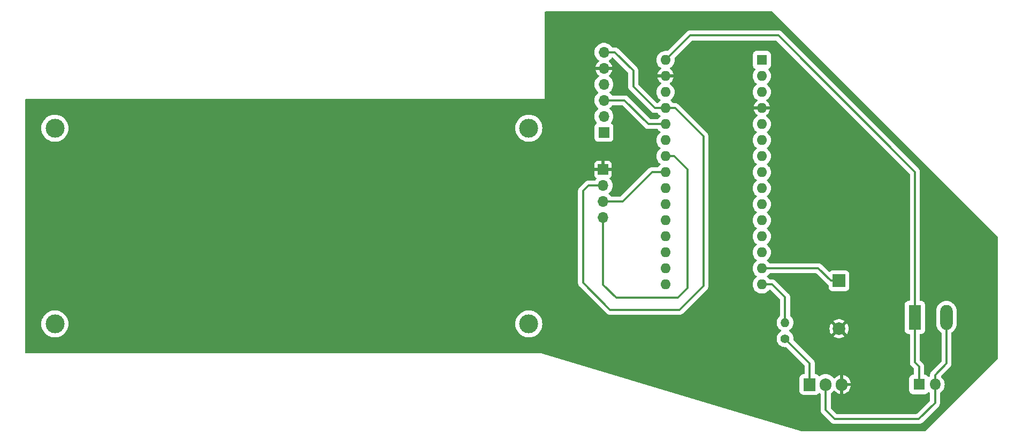
<source format=gbr>
%TF.GenerationSoftware,KiCad,Pcbnew,7.0.7-7.0.7~ubuntu22.04.1*%
%TF.CreationDate,2023-09-29T12:11:11-06:00*%
%TF.ProjectId,ph_meter,70685f6d-6574-4657-922e-6b696361645f,1.3*%
%TF.SameCoordinates,Original*%
%TF.FileFunction,Copper,L2,Bot*%
%TF.FilePolarity,Positive*%
%FSLAX46Y46*%
G04 Gerber Fmt 4.6, Leading zero omitted, Abs format (unit mm)*
G04 Created by KiCad (PCBNEW 7.0.7-7.0.7~ubuntu22.04.1) date 2023-09-29 12:11:11*
%MOMM*%
%LPD*%
G01*
G04 APERTURE LIST*
%TA.AperFunction,ComponentPad*%
%ADD10C,1.400000*%
%TD*%
%TA.AperFunction,ComponentPad*%
%ADD11O,1.400000X1.400000*%
%TD*%
%TA.AperFunction,ComponentPad*%
%ADD12R,1.700000X1.700000*%
%TD*%
%TA.AperFunction,ComponentPad*%
%ADD13O,1.700000X1.700000*%
%TD*%
%TA.AperFunction,ComponentPad*%
%ADD14R,1.600000X1.600000*%
%TD*%
%TA.AperFunction,ComponentPad*%
%ADD15O,1.600000X1.600000*%
%TD*%
%TA.AperFunction,ComponentPad*%
%ADD16R,1.800000X1.800000*%
%TD*%
%TA.AperFunction,ComponentPad*%
%ADD17O,1.800000X1.800000*%
%TD*%
%TA.AperFunction,ComponentPad*%
%ADD18R,2.000000X2.000000*%
%TD*%
%TA.AperFunction,ComponentPad*%
%ADD19C,2.000000*%
%TD*%
%TA.AperFunction,ComponentPad*%
%ADD20R,1.980000X3.960000*%
%TD*%
%TA.AperFunction,ComponentPad*%
%ADD21O,1.980000X3.960000*%
%TD*%
%TA.AperFunction,ComponentPad*%
%ADD22C,3.000000*%
%TD*%
%TA.AperFunction,ComponentPad*%
%ADD23R,1.905000X2.000000*%
%TD*%
%TA.AperFunction,ComponentPad*%
%ADD24O,1.905000X2.000000*%
%TD*%
%TA.AperFunction,Conductor*%
%ADD25C,0.304800*%
%TD*%
G04 APERTURE END LIST*
D10*
%TO.P,R1,1*%
%TO.N,Net-(Q1-B)*%
X181130000Y-114990000D03*
D11*
%TO.P,R1,2*%
%TO.N,Net-(A1-D12)*%
X181130000Y-112450000D03*
%TD*%
D12*
%TO.P,J4,1,Pin_1*%
%TO.N,unconnected-(J4-Pin_1-Pad1)*%
X152450000Y-82320000D03*
D13*
%TO.P,J4,2,Pin_2*%
%TO.N,unconnected-(J4-Pin_2-Pad2)*%
X152450000Y-79780000D03*
%TO.P,J4,3,Pin_3*%
%TO.N,Net-(A1-A7)*%
X152450000Y-77240000D03*
%TO.P,J4,4,Pin_4*%
%TO.N,unconnected-(J4-Pin_4-Pad4)*%
X152450000Y-74700000D03*
%TO.P,J4,5,Pin_5*%
%TO.N,GND*%
X152450000Y-72160000D03*
%TO.P,J4,6,Pin_6*%
%TO.N,+5V*%
X152450000Y-69620000D03*
%TD*%
D14*
%TO.P,A1,1,D1/TX*%
%TO.N,unconnected-(A1-D1{slash}TX-Pad1)*%
X177450000Y-70830000D03*
D15*
%TO.P,A1,2,D0/RX*%
%TO.N,unconnected-(A1-D0{slash}RX-Pad2)*%
X177450000Y-73370000D03*
%TO.P,A1,3,~{RESET}*%
%TO.N,unconnected-(A1-~{RESET}-Pad3)*%
X177450000Y-75910000D03*
%TO.P,A1,4,GND*%
%TO.N,GND*%
X177450000Y-78450000D03*
%TO.P,A1,5,D2*%
%TO.N,unconnected-(A1-D2-Pad5)*%
X177450000Y-80990000D03*
%TO.P,A1,6,D3*%
%TO.N,unconnected-(A1-D3-Pad6)*%
X177450000Y-83530000D03*
%TO.P,A1,7,D4*%
%TO.N,unconnected-(A1-D4-Pad7)*%
X177450000Y-86070000D03*
%TO.P,A1,8,D5*%
%TO.N,unconnected-(A1-D5-Pad8)*%
X177450000Y-88610000D03*
%TO.P,A1,9,D6*%
%TO.N,unconnected-(A1-D6-Pad9)*%
X177450000Y-91150000D03*
%TO.P,A1,10,D7*%
%TO.N,unconnected-(A1-D7-Pad10)*%
X177450000Y-93690000D03*
%TO.P,A1,11,D8*%
%TO.N,unconnected-(A1-D8-Pad11)*%
X177450000Y-96230000D03*
%TO.P,A1,12,D9*%
%TO.N,unconnected-(A1-D9-Pad12)*%
X177450000Y-98770000D03*
%TO.P,A1,13,D10*%
%TO.N,unconnected-(A1-D10-Pad13)*%
X177450000Y-101310000D03*
%TO.P,A1,14,D11*%
%TO.N,Net-(A1-D11)*%
X177450000Y-103850000D03*
%TO.P,A1,15,D12*%
%TO.N,Net-(A1-D12)*%
X177450000Y-106390000D03*
%TO.P,A1,16,D13*%
%TO.N,unconnected-(A1-D13-Pad16)*%
X162210000Y-106390000D03*
%TO.P,A1,17,3V3*%
%TO.N,unconnected-(A1-3V3-Pad17)*%
X162210000Y-103850000D03*
%TO.P,A1,18,AREF*%
%TO.N,unconnected-(A1-AREF-Pad18)*%
X162210000Y-101310000D03*
%TO.P,A1,19,A0*%
%TO.N,unconnected-(A1-A0-Pad19)*%
X162210000Y-98770000D03*
%TO.P,A1,20,A1*%
%TO.N,unconnected-(A1-A1-Pad20)*%
X162210000Y-96230000D03*
%TO.P,A1,21,A2*%
%TO.N,unconnected-(A1-A2-Pad21)*%
X162210000Y-93690000D03*
%TO.P,A1,22,A3*%
%TO.N,unconnected-(A1-A3-Pad22)*%
X162210000Y-91150000D03*
%TO.P,A1,23,A4*%
%TO.N,Net-(A1-A4)*%
X162210000Y-88610000D03*
%TO.P,A1,24,A5*%
%TO.N,Net-(A1-A5)*%
X162210000Y-86070000D03*
%TO.P,A1,25,A6*%
%TO.N,unconnected-(A1-A6-Pad25)*%
X162210000Y-83530000D03*
%TO.P,A1,26,A7*%
%TO.N,Net-(A1-A7)*%
X162210000Y-80990000D03*
%TO.P,A1,27,+5V*%
%TO.N,+5V*%
X162210000Y-78450000D03*
%TO.P,A1,28,~{RESET}*%
%TO.N,unconnected-(A1-~{RESET}-Pad28)*%
X162210000Y-75910000D03*
%TO.P,A1,29,GND*%
%TO.N,GND*%
X162210000Y-73370000D03*
%TO.P,A1,30,VIN*%
%TO.N,+12V*%
X162210000Y-70830000D03*
%TD*%
D16*
%TO.P,D1,1,K*%
%TO.N,+12V*%
X202310000Y-122250000D03*
D17*
%TO.P,D1,2,A*%
%TO.N,Net-(D1-A)*%
X204850000Y-122250000D03*
%TD*%
D12*
%TO.P,J2,1,Pin_1*%
%TO.N,GND*%
X152325000Y-88200000D03*
D13*
%TO.P,J2,2,Pin_2*%
%TO.N,+5V*%
X152325000Y-90740000D03*
%TO.P,J2,3,Pin_3*%
%TO.N,Net-(A1-A4)*%
X152325000Y-93280000D03*
%TO.P,J2,4,Pin_4*%
%TO.N,Net-(A1-A5)*%
X152325000Y-95820000D03*
%TD*%
D18*
%TO.P,BZ1,1,-*%
%TO.N,Net-(A1-D11)*%
X189658640Y-105820000D03*
D19*
%TO.P,BZ1,2,+*%
%TO.N,GND*%
X189658640Y-113420000D03*
%TD*%
D20*
%TO.P,J3,1,Pin_1*%
%TO.N,+12V*%
X201658640Y-111620000D03*
D21*
%TO.P,J3,2,Pin_2*%
%TO.N,Net-(D1-A)*%
X206658640Y-111620000D03*
%TD*%
D22*
%TO.P,REF\u002A\u002A,*%
%TO.N,*%
X140570700Y-112649900D03*
X140570700Y-81649200D03*
X65572120Y-112649900D03*
X65571600Y-81649200D03*
%TD*%
D23*
%TO.P,Q1,1,B*%
%TO.N,Net-(Q1-B)*%
X185010000Y-122255000D03*
D24*
%TO.P,Q1,2,C*%
%TO.N,Net-(D1-A)*%
X187550000Y-122255000D03*
%TO.P,Q1,3,E*%
%TO.N,GND*%
X190090000Y-122255000D03*
%TD*%
D25*
%TO.N,Net-(A1-D12)*%
X181130000Y-108430000D02*
X179090000Y-106390000D01*
X181130000Y-112450000D02*
X181130000Y-108430000D01*
X179090000Y-106390000D02*
X177450000Y-106390000D01*
%TO.N,Net-(A1-A4)*%
X155420000Y-93280000D02*
X160090000Y-88610000D01*
X152325000Y-93280000D02*
X155420000Y-93280000D01*
X160090000Y-88610000D02*
X162210000Y-88610000D01*
%TO.N,Net-(A1-A5)*%
X165650000Y-88150000D02*
X163570000Y-86070000D01*
X152325000Y-106425000D02*
X154400000Y-108500000D01*
X152325000Y-95820000D02*
X152325000Y-106425000D01*
X165650000Y-107000000D02*
X165650000Y-88150000D01*
X163570000Y-86070000D02*
X162210000Y-86070000D01*
X164150000Y-108500000D02*
X165650000Y-107000000D01*
X154400000Y-108500000D02*
X164150000Y-108500000D01*
%TO.N,+5V*%
X153400000Y-110400000D02*
X164450000Y-110400000D01*
X168200000Y-82950000D02*
X163700000Y-78450000D01*
X163700000Y-78450000D02*
X162210000Y-78450000D01*
X157100000Y-75050000D02*
X160500000Y-78450000D01*
X157100000Y-72550000D02*
X157100000Y-75050000D01*
X152450000Y-69620000D02*
X154170000Y-69620000D01*
X164450000Y-110400000D02*
X168200000Y-106650000D01*
X160500000Y-78450000D02*
X162210000Y-78450000D01*
X149150000Y-91600000D02*
X149150000Y-106150000D01*
X150010000Y-90740000D02*
X149150000Y-91600000D01*
X149150000Y-106150000D02*
X153400000Y-110400000D01*
X152325000Y-90740000D02*
X150010000Y-90740000D01*
X154170000Y-69620000D02*
X157100000Y-72550000D01*
X168200000Y-106650000D02*
X168200000Y-82950000D01*
%TO.N,GND*%
X149650000Y-67000000D02*
X153950000Y-67000000D01*
X153950000Y-67000000D02*
X160320000Y-73370000D01*
X160320000Y-73370000D02*
X162210000Y-73370000D01*
X149150000Y-67500000D02*
X149650000Y-67000000D01*
X152450000Y-72160000D02*
X150860000Y-72160000D01*
X149150000Y-70450000D02*
X149150000Y-67500000D01*
X150860000Y-72160000D02*
X149150000Y-70450000D01*
%TO.N,+12V*%
X180050000Y-66950000D02*
X166090000Y-66950000D01*
X201658640Y-111620000D02*
X201658640Y-118758640D01*
X201658640Y-111620000D02*
X201658640Y-88558640D01*
X202310000Y-119410000D02*
X202310000Y-122250000D01*
X201658640Y-88558640D02*
X180050000Y-66950000D01*
X201658640Y-118758640D02*
X202310000Y-119410000D01*
X166090000Y-66950000D02*
X162210000Y-70830000D01*
%TO.N,Net-(D1-A)*%
X187550000Y-126300000D02*
X188950000Y-127700000D01*
X206658640Y-118941360D02*
X206658640Y-111620000D01*
X188950000Y-127700000D02*
X202300000Y-127700000D01*
X187550000Y-122255000D02*
X187550000Y-126300000D01*
X204850000Y-122250000D02*
X204850000Y-120750000D01*
X202300000Y-127700000D02*
X204850000Y-125150000D01*
X204850000Y-125150000D02*
X204850000Y-122250000D01*
X204850000Y-120750000D02*
X206658640Y-118941360D01*
%TO.N,Net-(Q1-B)*%
X181130000Y-114990000D02*
X185010000Y-118870000D01*
X185010000Y-118870000D02*
X185010000Y-122255000D01*
%TO.N,Net-(A1-D11)*%
X186388640Y-103850000D02*
X188358640Y-105820000D01*
X177450000Y-103850000D02*
X186388640Y-103850000D01*
X188358640Y-105820000D02*
X189658640Y-105820000D01*
%TO.N,Net-(A1-A7)*%
X159490000Y-80990000D02*
X162210000Y-80990000D01*
X155740000Y-77240000D02*
X159490000Y-80990000D01*
X152450000Y-77240000D02*
X155740000Y-77240000D01*
%TD*%
%TA.AperFunction,Conductor*%
%TO.N,GND*%
G36*
X153859318Y-70427585D02*
G01*
X153879960Y-70444219D01*
X156275781Y-72840040D01*
X156309266Y-72901363D01*
X156312100Y-72927721D01*
X156312100Y-75096149D01*
X156312101Y-75096181D01*
X156312101Y-75138776D01*
X156321232Y-75178787D01*
X156322396Y-75185634D01*
X156326994Y-75226434D01*
X156326995Y-75226436D01*
X156340552Y-75265185D01*
X156342478Y-75271869D01*
X156351609Y-75311874D01*
X156369412Y-75348844D01*
X156372075Y-75355271D01*
X156385633Y-75394018D01*
X156407472Y-75428774D01*
X156410837Y-75434864D01*
X156428643Y-75471837D01*
X156454233Y-75503926D01*
X156458260Y-75509601D01*
X156480094Y-75544352D01*
X156480096Y-75544354D01*
X156480097Y-75544355D01*
X156480098Y-75544356D01*
X156510311Y-75574569D01*
X156510348Y-75574608D01*
X159975689Y-79039949D01*
X159975719Y-79039977D01*
X160005644Y-79069902D01*
X160040399Y-79091740D01*
X160046070Y-79095764D01*
X160078160Y-79121355D01*
X160115134Y-79139161D01*
X160121225Y-79142527D01*
X160155976Y-79164363D01*
X160155978Y-79164364D01*
X160155980Y-79164365D01*
X160194729Y-79177923D01*
X160201142Y-79180580D01*
X160238126Y-79198391D01*
X160278153Y-79207526D01*
X160284801Y-79209441D01*
X160323566Y-79223006D01*
X160364363Y-79227602D01*
X160371209Y-79228766D01*
X160411225Y-79237899D01*
X160454028Y-79237899D01*
X160454064Y-79237900D01*
X160455756Y-79237900D01*
X160942942Y-79237900D01*
X161009981Y-79257585D01*
X161046751Y-79294079D01*
X161073303Y-79334721D01*
X161073306Y-79334724D01*
X161234430Y-79509751D01*
X161378837Y-79622147D01*
X161419649Y-79678857D01*
X161423324Y-79748630D01*
X161388693Y-79809313D01*
X161378843Y-79817847D01*
X161272676Y-79900481D01*
X161234431Y-79930248D01*
X161073303Y-80105278D01*
X161046751Y-80145921D01*
X160993604Y-80191278D01*
X160942942Y-80202100D01*
X159867721Y-80202100D01*
X159800682Y-80182415D01*
X159780040Y-80165781D01*
X156264608Y-76650348D01*
X156264569Y-76650311D01*
X156234356Y-76620098D01*
X156234355Y-76620097D01*
X156234354Y-76620096D01*
X156234352Y-76620094D01*
X156199601Y-76598260D01*
X156193931Y-76594236D01*
X156161840Y-76568645D01*
X156161838Y-76568644D01*
X156161837Y-76568643D01*
X156124864Y-76550837D01*
X156118774Y-76547472D01*
X156084018Y-76525633D01*
X156045271Y-76512075D01*
X156038844Y-76509412D01*
X156001874Y-76491609D01*
X155961869Y-76482478D01*
X155955185Y-76480552D01*
X155922631Y-76469162D01*
X155916434Y-76466994D01*
X155875634Y-76462396D01*
X155868787Y-76461232D01*
X155828776Y-76452101D01*
X155828774Y-76452101D01*
X155785972Y-76452101D01*
X155785936Y-76452100D01*
X155784244Y-76452100D01*
X153776783Y-76452100D01*
X153709744Y-76432415D01*
X153672974Y-76395921D01*
X153626288Y-76324462D01*
X153459547Y-76143334D01*
X153459543Y-76143331D01*
X153362569Y-76067853D01*
X153321756Y-76011143D01*
X153318081Y-75941370D01*
X153352713Y-75880687D01*
X153362569Y-75872147D01*
X153409476Y-75835636D01*
X153459550Y-75796663D01*
X153626286Y-75615540D01*
X153760936Y-75409443D01*
X153859827Y-75183994D01*
X153920261Y-74945343D01*
X153935623Y-74759959D01*
X153940591Y-74700005D01*
X153940591Y-74699994D01*
X153920261Y-74454660D01*
X153920261Y-74454657D01*
X153859827Y-74216006D01*
X153760936Y-73990557D01*
X153626286Y-73784460D01*
X153459550Y-73603337D01*
X153459549Y-73603336D01*
X153459547Y-73603334D01*
X153459543Y-73603331D01*
X153265279Y-73452129D01*
X153260975Y-73449317D01*
X153262150Y-73447518D01*
X153219025Y-73404698D01*
X153203931Y-73336478D01*
X153228116Y-73270928D01*
X153256523Y-73243311D01*
X153321080Y-73198107D01*
X153488105Y-73031082D01*
X153623600Y-72837578D01*
X153723429Y-72623492D01*
X153723432Y-72623486D01*
X153780636Y-72410000D01*
X153063347Y-72410000D01*
X152996308Y-72390315D01*
X152950553Y-72337511D01*
X152940609Y-72268353D01*
X152944369Y-72251067D01*
X152950000Y-72231888D01*
X152950000Y-72088111D01*
X152944369Y-72068933D01*
X152944370Y-71999064D01*
X152982145Y-71940286D01*
X153045701Y-71911262D01*
X153063347Y-71910000D01*
X153780636Y-71910000D01*
X153780635Y-71909999D01*
X153723432Y-71696513D01*
X153723429Y-71696507D01*
X153623600Y-71482422D01*
X153623599Y-71482420D01*
X153488113Y-71288926D01*
X153488108Y-71288920D01*
X153321078Y-71121890D01*
X153256522Y-71076687D01*
X153212897Y-71022110D01*
X153205705Y-70952612D01*
X153237228Y-70890257D01*
X153261540Y-70871529D01*
X153260984Y-70870677D01*
X153265269Y-70867876D01*
X153265276Y-70867873D01*
X153459550Y-70716663D01*
X153626286Y-70535540D01*
X153672973Y-70464079D01*
X153726121Y-70418722D01*
X153776783Y-70407900D01*
X153792279Y-70407900D01*
X153859318Y-70427585D01*
G37*
%TD.AperFunction*%
%TA.AperFunction,Conductor*%
G36*
X179115469Y-63170185D02*
G01*
X179136111Y-63186819D01*
X214763181Y-98813888D01*
X214796666Y-98875211D01*
X214799500Y-98901569D01*
X214799500Y-118098429D01*
X214779815Y-118165468D01*
X214763181Y-118186110D01*
X203286111Y-129663181D01*
X203224788Y-129696666D01*
X203198430Y-129699500D01*
X183768290Y-129699500D01*
X183732632Y-129694263D01*
X179714658Y-128487898D01*
X174074064Y-126794354D01*
X142453023Y-117300385D01*
X142450120Y-117299358D01*
X142450038Y-117299346D01*
X142446925Y-117299500D01*
X61024500Y-117299500D01*
X60957461Y-117279815D01*
X60911706Y-117227011D01*
X60900500Y-117175500D01*
X60900500Y-112649899D01*
X63431630Y-112649899D01*
X63451566Y-112941357D01*
X63511004Y-113227396D01*
X63511006Y-113227401D01*
X63608834Y-113502665D01*
X63608835Y-113502667D01*
X63608836Y-113502670D01*
X63608838Y-113502674D01*
X63743244Y-113762064D01*
X63911718Y-114000737D01*
X64111122Y-114214247D01*
X64111127Y-114214251D01*
X64111129Y-114214253D01*
X64137244Y-114235499D01*
X64337742Y-114398616D01*
X64337744Y-114398617D01*
X64337745Y-114398618D01*
X64587356Y-114550410D01*
X64770362Y-114629900D01*
X64855314Y-114666800D01*
X65136624Y-114745620D01*
X65391074Y-114780592D01*
X65426047Y-114785400D01*
X65426048Y-114785400D01*
X65718193Y-114785400D01*
X65749395Y-114781111D01*
X66007616Y-114745620D01*
X66288926Y-114666800D01*
X66556885Y-114550409D01*
X66806498Y-114398616D01*
X67033118Y-114214247D01*
X67232522Y-114000737D01*
X67400996Y-113762064D01*
X67535402Y-113502674D01*
X67633235Y-113227397D01*
X67692673Y-112941363D01*
X67712610Y-112649900D01*
X67712610Y-112649899D01*
X138430210Y-112649899D01*
X138450146Y-112941357D01*
X138509584Y-113227396D01*
X138509586Y-113227401D01*
X138607414Y-113502665D01*
X138607415Y-113502667D01*
X138607416Y-113502670D01*
X138607418Y-113502674D01*
X138741824Y-113762064D01*
X138910298Y-114000737D01*
X139109702Y-114214247D01*
X139109707Y-114214251D01*
X139109709Y-114214253D01*
X139135824Y-114235499D01*
X139336322Y-114398616D01*
X139336324Y-114398617D01*
X139336325Y-114398618D01*
X139585936Y-114550410D01*
X139768942Y-114629900D01*
X139853894Y-114666800D01*
X140135204Y-114745620D01*
X140389654Y-114780592D01*
X140424627Y-114785400D01*
X140424628Y-114785400D01*
X140716773Y-114785400D01*
X140747975Y-114781111D01*
X141006196Y-114745620D01*
X141287506Y-114666800D01*
X141555465Y-114550409D01*
X141805078Y-114398616D01*
X142031698Y-114214247D01*
X142231102Y-114000737D01*
X142399576Y-113762064D01*
X142533982Y-113502674D01*
X142631815Y-113227397D01*
X142691253Y-112941363D01*
X142711190Y-112649900D01*
X142691253Y-112358437D01*
X142631815Y-112072403D01*
X142533982Y-111797126D01*
X142399576Y-111537736D01*
X142231102Y-111299063D01*
X142031698Y-111085553D01*
X142031691Y-111085548D01*
X142031690Y-111085546D01*
X141805074Y-110901181D01*
X141555463Y-110749389D01*
X141287509Y-110633001D01*
X141287507Y-110633000D01*
X141287506Y-110633000D01*
X141207474Y-110610576D01*
X141006201Y-110554181D01*
X141006197Y-110554180D01*
X141006196Y-110554180D01*
X140861483Y-110534290D01*
X140716773Y-110514400D01*
X140716772Y-110514400D01*
X140424628Y-110514400D01*
X140424627Y-110514400D01*
X140135204Y-110554180D01*
X140135198Y-110554181D01*
X139853890Y-110633001D01*
X139585936Y-110749389D01*
X139336325Y-110901181D01*
X139109709Y-111085546D01*
X139109703Y-111085551D01*
X139109702Y-111085553D01*
X139014119Y-111187898D01*
X138910299Y-111299062D01*
X138741824Y-111537735D01*
X138715636Y-111588276D01*
X138616448Y-111779700D01*
X138607415Y-111797132D01*
X138607414Y-111797134D01*
X138509586Y-112072398D01*
X138509584Y-112072403D01*
X138450146Y-112358442D01*
X138430210Y-112649899D01*
X67712610Y-112649899D01*
X67692673Y-112358437D01*
X67633235Y-112072403D01*
X67535402Y-111797126D01*
X67400996Y-111537736D01*
X67232522Y-111299063D01*
X67033118Y-111085553D01*
X67033111Y-111085548D01*
X67033110Y-111085546D01*
X66806494Y-110901181D01*
X66556883Y-110749389D01*
X66288929Y-110633001D01*
X66288927Y-110633000D01*
X66288926Y-110633000D01*
X66208894Y-110610576D01*
X66007621Y-110554181D01*
X66007617Y-110554180D01*
X66007616Y-110554180D01*
X65862903Y-110534289D01*
X65718193Y-110514400D01*
X65718192Y-110514400D01*
X65426048Y-110514400D01*
X65426047Y-110514400D01*
X65136624Y-110554180D01*
X65136618Y-110554181D01*
X64855310Y-110633001D01*
X64587356Y-110749389D01*
X64337745Y-110901181D01*
X64111129Y-111085546D01*
X64111123Y-111085551D01*
X64111122Y-111085553D01*
X64015539Y-111187898D01*
X63911719Y-111299062D01*
X63743244Y-111537735D01*
X63717056Y-111588276D01*
X63617868Y-111779700D01*
X63608835Y-111797132D01*
X63608834Y-111797134D01*
X63511006Y-112072398D01*
X63511004Y-112072403D01*
X63451566Y-112358442D01*
X63431630Y-112649899D01*
X60900500Y-112649899D01*
X60900500Y-106196149D01*
X148362100Y-106196149D01*
X148362101Y-106196181D01*
X148362101Y-106238776D01*
X148371232Y-106278787D01*
X148372396Y-106285634D01*
X148376994Y-106326434D01*
X148376995Y-106326436D01*
X148390552Y-106365185D01*
X148392478Y-106371869D01*
X148401609Y-106411874D01*
X148419412Y-106448844D01*
X148422075Y-106455271D01*
X148435633Y-106494018D01*
X148457472Y-106528774D01*
X148460837Y-106534864D01*
X148478643Y-106571837D01*
X148478644Y-106571838D01*
X148478645Y-106571840D01*
X148502245Y-106601434D01*
X148504233Y-106603926D01*
X148508260Y-106609601D01*
X148530094Y-106644352D01*
X148530096Y-106644354D01*
X148530097Y-106644355D01*
X148530098Y-106644356D01*
X148560311Y-106674569D01*
X148560348Y-106674608D01*
X152875689Y-110989949D01*
X152875719Y-110989977D01*
X152905644Y-111019902D01*
X152940393Y-111041736D01*
X152946068Y-111045763D01*
X152978160Y-111071356D01*
X153015148Y-111089168D01*
X153021227Y-111092528D01*
X153055975Y-111114362D01*
X153055980Y-111114365D01*
X153094721Y-111127921D01*
X153101139Y-111130579D01*
X153138127Y-111148391D01*
X153178134Y-111157522D01*
X153184808Y-111159443D01*
X153223566Y-111173006D01*
X153264356Y-111177601D01*
X153271204Y-111178764D01*
X153311226Y-111187900D01*
X153311231Y-111187900D01*
X164495936Y-111187900D01*
X164495972Y-111187899D01*
X164538774Y-111187899D01*
X164578782Y-111178767D01*
X164585639Y-111177602D01*
X164626434Y-111173006D01*
X164655139Y-111162960D01*
X164665176Y-111159449D01*
X164671865Y-111157522D01*
X164683146Y-111154946D01*
X164711873Y-111148391D01*
X164748859Y-111130578D01*
X164755267Y-111127924D01*
X164794020Y-111114365D01*
X164828783Y-111092520D01*
X164834860Y-111089162D01*
X164871840Y-111071355D01*
X164903937Y-111045757D01*
X164909596Y-111041741D01*
X164944356Y-111019902D01*
X164970457Y-110993799D01*
X164970472Y-110993787D01*
X168793787Y-107170472D01*
X168793801Y-107170456D01*
X168819902Y-107144356D01*
X168841735Y-107109606D01*
X168845750Y-107103947D01*
X168871356Y-107071840D01*
X168889166Y-107034854D01*
X168892530Y-107028769D01*
X168906005Y-107007324D01*
X168914365Y-106994020D01*
X168927924Y-106955269D01*
X168930585Y-106948847D01*
X168948390Y-106911876D01*
X168957522Y-106871865D01*
X168959449Y-106865176D01*
X168965866Y-106846837D01*
X168973006Y-106826434D01*
X168977602Y-106785639D01*
X168978767Y-106778784D01*
X168980996Y-106769018D01*
X168987899Y-106738774D01*
X168987899Y-106696181D01*
X168987900Y-106696149D01*
X168987900Y-82903973D01*
X168987899Y-82903936D01*
X168987899Y-82861227D01*
X168987899Y-82861226D01*
X168978766Y-82821214D01*
X168977601Y-82814354D01*
X168973006Y-82773566D01*
X168959447Y-82734819D01*
X168957522Y-82728136D01*
X168948391Y-82688128D01*
X168948391Y-82688127D01*
X168930581Y-82651145D01*
X168927924Y-82644732D01*
X168914365Y-82605980D01*
X168892527Y-82571225D01*
X168889164Y-82565140D01*
X168881619Y-82549475D01*
X168871355Y-82528160D01*
X168845763Y-82496068D01*
X168841737Y-82490395D01*
X168819901Y-82455643D01*
X168789977Y-82425719D01*
X168789949Y-82425689D01*
X164224608Y-77860348D01*
X164224569Y-77860311D01*
X164194356Y-77830098D01*
X164194355Y-77830097D01*
X164194354Y-77830096D01*
X164194352Y-77830094D01*
X164159601Y-77808260D01*
X164153931Y-77804236D01*
X164121840Y-77778645D01*
X164121838Y-77778644D01*
X164121837Y-77778643D01*
X164084864Y-77760837D01*
X164078774Y-77757472D01*
X164044018Y-77735633D01*
X164005271Y-77722075D01*
X163998844Y-77719412D01*
X163961874Y-77701609D01*
X163921869Y-77692478D01*
X163915185Y-77690552D01*
X163882631Y-77679162D01*
X163876434Y-77676994D01*
X163835634Y-77672396D01*
X163828787Y-77671232D01*
X163788776Y-77662101D01*
X163788774Y-77662101D01*
X163745972Y-77662101D01*
X163745936Y-77662100D01*
X163744244Y-77662100D01*
X163477058Y-77662100D01*
X163410019Y-77642415D01*
X163373249Y-77605921D01*
X163346696Y-77565278D01*
X163273110Y-77485343D01*
X163185570Y-77390249D01*
X163041162Y-77277852D01*
X163000351Y-77221143D01*
X162996676Y-77151370D01*
X163031307Y-77090687D01*
X163041156Y-77082152D01*
X163185570Y-76969751D01*
X163346694Y-76794724D01*
X163476812Y-76595564D01*
X163572374Y-76377704D01*
X163630775Y-76147085D01*
X163631086Y-76143331D01*
X163650420Y-75910006D01*
X163650420Y-75909993D01*
X163630776Y-75672922D01*
X163630774Y-75672911D01*
X163587981Y-75503926D01*
X163572374Y-75442296D01*
X163476812Y-75224436D01*
X163346694Y-75025276D01*
X163185570Y-74850249D01*
X163185569Y-74850248D01*
X163185567Y-74850246D01*
X163185563Y-74850243D01*
X162997843Y-74704134D01*
X162997837Y-74704130D01*
X162982416Y-74695784D01*
X162933660Y-74669399D01*
X162884071Y-74620180D01*
X162868963Y-74551964D01*
X162893133Y-74486408D01*
X162921555Y-74458770D01*
X163048820Y-74369657D01*
X163209657Y-74208820D01*
X163340134Y-74022482D01*
X163436265Y-73816326D01*
X163436269Y-73816317D01*
X163488872Y-73620000D01*
X162823347Y-73620000D01*
X162756308Y-73600315D01*
X162710553Y-73547511D01*
X162700609Y-73478353D01*
X162704369Y-73461067D01*
X162710000Y-73441888D01*
X162710000Y-73298111D01*
X162704369Y-73278933D01*
X162704370Y-73209064D01*
X162742145Y-73150286D01*
X162805701Y-73121262D01*
X162823347Y-73120000D01*
X163488872Y-73120000D01*
X163488872Y-73119999D01*
X163436269Y-72923682D01*
X163436265Y-72923673D01*
X163340134Y-72717517D01*
X163209657Y-72531179D01*
X163048816Y-72370338D01*
X162921555Y-72281228D01*
X162877930Y-72226651D01*
X162870738Y-72157153D01*
X162902260Y-72094798D01*
X162933663Y-72070599D01*
X162997828Y-72035875D01*
X162997829Y-72035873D01*
X162997835Y-72035871D01*
X163010879Y-72025719D01*
X163066420Y-71982489D01*
X163185570Y-71889751D01*
X163346694Y-71714724D01*
X163476812Y-71515564D01*
X163572374Y-71297704D01*
X163630775Y-71067085D01*
X163637573Y-70985043D01*
X163650420Y-70830006D01*
X163650420Y-70829993D01*
X163630352Y-70587804D01*
X163632409Y-70587633D01*
X163639728Y-70527016D01*
X163665976Y-70488281D01*
X166380039Y-67774219D01*
X166441363Y-67740734D01*
X166467721Y-67737900D01*
X179672279Y-67737900D01*
X179739318Y-67757585D01*
X179759960Y-67774219D01*
X200834421Y-88848680D01*
X200867906Y-88910003D01*
X200870740Y-88936361D01*
X200870740Y-108880500D01*
X200851055Y-108947539D01*
X200798251Y-108993294D01*
X200746741Y-109004500D01*
X200604460Y-109004501D01*
X200604459Y-109004501D01*
X200568434Y-109007335D01*
X200414251Y-109052129D01*
X200414246Y-109052131D01*
X200276044Y-109133863D01*
X200276036Y-109133869D01*
X200162509Y-109247396D01*
X200162503Y-109247404D01*
X200080771Y-109385606D01*
X200080769Y-109385611D01*
X200035975Y-109539791D01*
X200035974Y-109539797D01*
X200033140Y-109575817D01*
X200033141Y-113664180D01*
X200035975Y-113700204D01*
X200080769Y-113854388D01*
X200080771Y-113854393D01*
X200162503Y-113992595D01*
X200162509Y-113992603D01*
X200276036Y-114106130D01*
X200276040Y-114106133D01*
X200276042Y-114106135D01*
X200414247Y-114187869D01*
X200454908Y-114199682D01*
X200568431Y-114232664D01*
X200568434Y-114232664D01*
X200568436Y-114232665D01*
X200604459Y-114235500D01*
X200746739Y-114235499D01*
X200813778Y-114255183D01*
X200859533Y-114307987D01*
X200870739Y-114359499D01*
X200870739Y-118804789D01*
X200870741Y-118804821D01*
X200870741Y-118847416D01*
X200879872Y-118887427D01*
X200881036Y-118894274D01*
X200885634Y-118935074D01*
X200885635Y-118935076D01*
X200899192Y-118973825D01*
X200901118Y-118980509D01*
X200910249Y-119020514D01*
X200928052Y-119057484D01*
X200930715Y-119063911D01*
X200944273Y-119102658D01*
X200966112Y-119137414D01*
X200969477Y-119143504D01*
X200987283Y-119180477D01*
X200987284Y-119180478D01*
X200987285Y-119180480D01*
X201005431Y-119203235D01*
X201012873Y-119212566D01*
X201016900Y-119218241D01*
X201038734Y-119252992D01*
X201038736Y-119252994D01*
X201038737Y-119252995D01*
X201038738Y-119252996D01*
X201068951Y-119283209D01*
X201068988Y-119283248D01*
X201485781Y-119700040D01*
X201519266Y-119761363D01*
X201522100Y-119787721D01*
X201522100Y-120590500D01*
X201502415Y-120657539D01*
X201449611Y-120703294D01*
X201398102Y-120714500D01*
X201345820Y-120714501D01*
X201345819Y-120714501D01*
X201309794Y-120717335D01*
X201155611Y-120762129D01*
X201155606Y-120762131D01*
X201017404Y-120843863D01*
X201017396Y-120843869D01*
X200903869Y-120957396D01*
X200903863Y-120957404D01*
X200822131Y-121095606D01*
X200822129Y-121095611D01*
X200777335Y-121249791D01*
X200777334Y-121249797D01*
X200774916Y-121280536D01*
X200774500Y-121285819D01*
X200774501Y-122250000D01*
X200774501Y-123214180D01*
X200777335Y-123250204D01*
X200822129Y-123404388D01*
X200822131Y-123404393D01*
X200903863Y-123542595D01*
X200903869Y-123542603D01*
X201017396Y-123656130D01*
X201017400Y-123656133D01*
X201017402Y-123656135D01*
X201155607Y-123737869D01*
X201196268Y-123749682D01*
X201309791Y-123782664D01*
X201309794Y-123782664D01*
X201309796Y-123782665D01*
X201321803Y-123783609D01*
X201345817Y-123785500D01*
X201345818Y-123785499D01*
X201345819Y-123785500D01*
X203274180Y-123785499D01*
X203310204Y-123782665D01*
X203464393Y-123737869D01*
X203602598Y-123656135D01*
X203716135Y-123542598D01*
X203736011Y-123508988D01*
X203787078Y-123461306D01*
X203855819Y-123448800D01*
X203920409Y-123475445D01*
X203923274Y-123477818D01*
X203944663Y-123496086D01*
X203944665Y-123496087D01*
X204002890Y-123531767D01*
X204049765Y-123583577D01*
X204062100Y-123637494D01*
X204062100Y-124772278D01*
X204042415Y-124839317D01*
X204025781Y-124859959D01*
X202009960Y-126875781D01*
X201948637Y-126909266D01*
X201922279Y-126912100D01*
X189327721Y-126912100D01*
X189260682Y-126892415D01*
X189240040Y-126875781D01*
X188374219Y-126009960D01*
X188340734Y-125948637D01*
X188337900Y-125922279D01*
X188337900Y-123751566D01*
X188357585Y-123684527D01*
X188397108Y-123645840D01*
X188486289Y-123591191D01*
X188676357Y-123428857D01*
X188814762Y-123266805D01*
X188873270Y-123228612D01*
X188943138Y-123228114D01*
X189000283Y-123263354D01*
X189102879Y-123374803D01*
X189102883Y-123374806D01*
X189292831Y-123522649D01*
X189292840Y-123522655D01*
X189504531Y-123637215D01*
X189504545Y-123637221D01*
X189732207Y-123715379D01*
X189840000Y-123733366D01*
X189840000Y-122919652D01*
X189859685Y-122852613D01*
X189912489Y-122806858D01*
X189981647Y-122796914D01*
X189997447Y-122800248D01*
X190014404Y-122805000D01*
X190014406Y-122805000D01*
X190127622Y-122805000D01*
X190199116Y-122795173D01*
X190268210Y-122805545D01*
X190320729Y-122851627D01*
X190340000Y-122918018D01*
X190340000Y-123733365D01*
X190447792Y-123715379D01*
X190675454Y-123637221D01*
X190675468Y-123637215D01*
X190887159Y-123522655D01*
X190887168Y-123522649D01*
X191077116Y-123374806D01*
X191077126Y-123374797D01*
X191240148Y-123197710D01*
X191240156Y-123197699D01*
X191371813Y-122996184D01*
X191468508Y-122775740D01*
X191527599Y-122542395D01*
X191527599Y-122542394D01*
X191530697Y-122505000D01*
X190756956Y-122505000D01*
X190689917Y-122485315D01*
X190644162Y-122432511D01*
X190633245Y-122372537D01*
X190633559Y-122367953D01*
X190643877Y-122217114D01*
X190630809Y-122154227D01*
X190636443Y-122084586D01*
X190678834Y-122029045D01*
X190744523Y-122005239D01*
X190752216Y-122005000D01*
X191530697Y-122005000D01*
X191527599Y-121967605D01*
X191527599Y-121967604D01*
X191468508Y-121734259D01*
X191371813Y-121513815D01*
X191240156Y-121312300D01*
X191240148Y-121312289D01*
X191077126Y-121135202D01*
X191077116Y-121135193D01*
X190887168Y-120987350D01*
X190887159Y-120987344D01*
X190675468Y-120872784D01*
X190675454Y-120872778D01*
X190447791Y-120794619D01*
X190340000Y-120776633D01*
X190340000Y-121590347D01*
X190320315Y-121657386D01*
X190267511Y-121703141D01*
X190198353Y-121713085D01*
X190182547Y-121709749D01*
X190165598Y-121705000D01*
X190165596Y-121705000D01*
X190052378Y-121705000D01*
X190052376Y-121705000D01*
X189980884Y-121714826D01*
X189911789Y-121704453D01*
X189859270Y-121658371D01*
X189840000Y-121591981D01*
X189840000Y-120776633D01*
X189839999Y-120776633D01*
X189732208Y-120794619D01*
X189504545Y-120872778D01*
X189504531Y-120872784D01*
X189292840Y-120987344D01*
X189292831Y-120987350D01*
X189102883Y-121135193D01*
X189102879Y-121135197D01*
X189000281Y-121246647D01*
X188940394Y-121282637D01*
X188870556Y-121280536D01*
X188814764Y-121243196D01*
X188676357Y-121081143D01*
X188486289Y-120918809D01*
X188486287Y-120918807D01*
X188486285Y-120918806D01*
X188486283Y-120918805D01*
X188273165Y-120788206D01*
X188273162Y-120788204D01*
X188042240Y-120692554D01*
X187936339Y-120667129D01*
X187799186Y-120634201D01*
X187799184Y-120634200D01*
X187799181Y-120634200D01*
X187550000Y-120614590D01*
X187300818Y-120634200D01*
X187057759Y-120692554D01*
X186826840Y-120788203D01*
X186639112Y-120903243D01*
X186571666Y-120921487D01*
X186505063Y-120900370D01*
X186474371Y-120867823D01*
X186473415Y-120868565D01*
X186468630Y-120862396D01*
X186355103Y-120748869D01*
X186355095Y-120748863D01*
X186216893Y-120667131D01*
X186216888Y-120667129D01*
X186062708Y-120622335D01*
X186062702Y-120622334D01*
X186026683Y-120619500D01*
X186026681Y-120619500D01*
X185921900Y-120619500D01*
X185854861Y-120599815D01*
X185809106Y-120547011D01*
X185797900Y-120495500D01*
X185797900Y-118781230D01*
X185797900Y-118781226D01*
X185788764Y-118741204D01*
X185787601Y-118734356D01*
X185783006Y-118693566D01*
X185769443Y-118654808D01*
X185767522Y-118648134D01*
X185763538Y-118630678D01*
X185758391Y-118608127D01*
X185740579Y-118571139D01*
X185737921Y-118564721D01*
X185737542Y-118563639D01*
X185724365Y-118525980D01*
X185702527Y-118491225D01*
X185699168Y-118485148D01*
X185681356Y-118448160D01*
X185655763Y-118416068D01*
X185651736Y-118410393D01*
X185629902Y-118375644D01*
X185599977Y-118345719D01*
X185599949Y-118345689D01*
X182493277Y-115239018D01*
X182459792Y-115177695D01*
X182457430Y-115140534D01*
X182470601Y-114990000D01*
X182450234Y-114757207D01*
X182389753Y-114531487D01*
X182290995Y-114319700D01*
X182290993Y-114319697D01*
X182290992Y-114319695D01*
X182156963Y-114128282D01*
X182156958Y-114128276D01*
X181991726Y-113963044D01*
X181991722Y-113963040D01*
X181800301Y-113829005D01*
X181800299Y-113829004D01*
X181797503Y-113827390D01*
X181796516Y-113826355D01*
X181795866Y-113825900D01*
X181795957Y-113825769D01*
X181749285Y-113776826D01*
X181736059Y-113708219D01*
X181762024Y-113643353D01*
X181797503Y-113612610D01*
X181800290Y-113610999D01*
X181800301Y-113610995D01*
X181991722Y-113476960D01*
X182048677Y-113420005D01*
X188153499Y-113420005D01*
X188174025Y-113667729D01*
X188174027Y-113667738D01*
X188235052Y-113908717D01*
X188334906Y-114136364D01*
X188435204Y-114289882D01*
X189049690Y-113675395D01*
X189111013Y-113641910D01*
X189180704Y-113646894D01*
X189236638Y-113688765D01*
X189241679Y-113696025D01*
X189276879Y-113750798D01*
X189367139Y-113829008D01*
X189392242Y-113850759D01*
X189389933Y-113853422D01*
X189424646Y-113893499D01*
X189434575Y-113962660D01*
X189405538Y-114026210D01*
X189399522Y-114032669D01*
X188788582Y-114643609D01*
X188835408Y-114680055D01*
X188835410Y-114680056D01*
X189054025Y-114798364D01*
X189054036Y-114798369D01*
X189289146Y-114879083D01*
X189534347Y-114920000D01*
X189782933Y-114920000D01*
X190028133Y-114879083D01*
X190263243Y-114798369D01*
X190263254Y-114798364D01*
X190481868Y-114680057D01*
X190481871Y-114680055D01*
X190528696Y-114643609D01*
X189917756Y-114032669D01*
X189884271Y-113971346D01*
X189889255Y-113901654D01*
X189926281Y-113852193D01*
X189925038Y-113850759D01*
X189931740Y-113844952D01*
X190040401Y-113750798D01*
X190075594Y-113696037D01*
X190128395Y-113650283D01*
X190197554Y-113640339D01*
X190261110Y-113669363D01*
X190267589Y-113675396D01*
X190882074Y-114289882D01*
X190982371Y-114136369D01*
X191082227Y-113908717D01*
X191143252Y-113667738D01*
X191143254Y-113667729D01*
X191163781Y-113420005D01*
X191163781Y-113419994D01*
X191143254Y-113172270D01*
X191143252Y-113172261D01*
X191082227Y-112931282D01*
X190982371Y-112703630D01*
X190882074Y-112550116D01*
X190267589Y-113164602D01*
X190206266Y-113198087D01*
X190136574Y-113193103D01*
X190080641Y-113151231D01*
X190075593Y-113143961D01*
X190040401Y-113089202D01*
X189925038Y-112989241D01*
X189927338Y-112986585D01*
X189892600Y-112946428D01*
X189882714Y-112877261D01*
X189911792Y-112813729D01*
X189917756Y-112807329D01*
X190528696Y-112196389D01*
X190481869Y-112159943D01*
X190263254Y-112041635D01*
X190263243Y-112041630D01*
X190028133Y-111960916D01*
X189782933Y-111920000D01*
X189534347Y-111920000D01*
X189289146Y-111960916D01*
X189054036Y-112041630D01*
X189054030Y-112041632D01*
X188835401Y-112159949D01*
X188788582Y-112196388D01*
X188788582Y-112196390D01*
X189399523Y-112807330D01*
X189433008Y-112868653D01*
X189428024Y-112938344D01*
X189390998Y-112987805D01*
X189392242Y-112989241D01*
X189276878Y-113089202D01*
X189241686Y-113143962D01*
X189188882Y-113189717D01*
X189119723Y-113199660D01*
X189056168Y-113170634D01*
X189049690Y-113164603D01*
X188435204Y-112550116D01*
X188334907Y-112703632D01*
X188235052Y-112931282D01*
X188174027Y-113172261D01*
X188174025Y-113172270D01*
X188153499Y-113419994D01*
X188153499Y-113420005D01*
X182048677Y-113420005D01*
X182156960Y-113311722D01*
X182290995Y-113120301D01*
X182389753Y-112908513D01*
X182450234Y-112682793D01*
X182470601Y-112450000D01*
X182450234Y-112217207D01*
X182389753Y-111991487D01*
X182290995Y-111779700D01*
X182290993Y-111779697D01*
X182290992Y-111779695D01*
X182156963Y-111588282D01*
X182156958Y-111588276D01*
X181991725Y-111423043D01*
X181991722Y-111423040D01*
X181988127Y-111420523D01*
X181970774Y-111408371D01*
X181927150Y-111353793D01*
X181917900Y-111306798D01*
X181917900Y-108341230D01*
X181917900Y-108341226D01*
X181908764Y-108301204D01*
X181907601Y-108294356D01*
X181903006Y-108253566D01*
X181889443Y-108214808D01*
X181887522Y-108208134D01*
X181878391Y-108168127D01*
X181860579Y-108131139D01*
X181857921Y-108124721D01*
X181844365Y-108085980D01*
X181844362Y-108085975D01*
X181822528Y-108051227D01*
X181819168Y-108045148D01*
X181801356Y-108008160D01*
X181775763Y-107976068D01*
X181771736Y-107970393D01*
X181749901Y-107935643D01*
X181719977Y-107905719D01*
X181719949Y-107905689D01*
X179614608Y-105800348D01*
X179614569Y-105800311D01*
X179584356Y-105770098D01*
X179584355Y-105770097D01*
X179584354Y-105770096D01*
X179584352Y-105770094D01*
X179549601Y-105748260D01*
X179543931Y-105744236D01*
X179511840Y-105718645D01*
X179511838Y-105718644D01*
X179511837Y-105718643D01*
X179474864Y-105700837D01*
X179468774Y-105697472D01*
X179434018Y-105675633D01*
X179395271Y-105662075D01*
X179388844Y-105659412D01*
X179351874Y-105641609D01*
X179311869Y-105632478D01*
X179305185Y-105630552D01*
X179272631Y-105619162D01*
X179266434Y-105616994D01*
X179225634Y-105612396D01*
X179218787Y-105611232D01*
X179178776Y-105602101D01*
X179178774Y-105602101D01*
X179135972Y-105602101D01*
X179135936Y-105602100D01*
X179134244Y-105602100D01*
X178717058Y-105602100D01*
X178650019Y-105582415D01*
X178613249Y-105545921D01*
X178586696Y-105505278D01*
X178566024Y-105482822D01*
X178425570Y-105330249D01*
X178281162Y-105217852D01*
X178240351Y-105161143D01*
X178236676Y-105091370D01*
X178271307Y-105030687D01*
X178281156Y-105022152D01*
X178425570Y-104909751D01*
X178586694Y-104734724D01*
X178613248Y-104694079D01*
X178666396Y-104648722D01*
X178717058Y-104637900D01*
X186010919Y-104637900D01*
X186077958Y-104657585D01*
X186098600Y-104674219D01*
X187834329Y-106409949D01*
X187834359Y-106409977D01*
X187864284Y-106439902D01*
X187888744Y-106455271D01*
X187899033Y-106461736D01*
X187904708Y-106465763D01*
X187936800Y-106491356D01*
X187952939Y-106499128D01*
X188004799Y-106545948D01*
X188023140Y-106610849D01*
X188023141Y-106884181D01*
X188025975Y-106920205D01*
X188070769Y-107074388D01*
X188070771Y-107074393D01*
X188152503Y-107212595D01*
X188152509Y-107212603D01*
X188266036Y-107326130D01*
X188266040Y-107326133D01*
X188266042Y-107326135D01*
X188404247Y-107407869D01*
X188444908Y-107419682D01*
X188558431Y-107452664D01*
X188558434Y-107452664D01*
X188558436Y-107452665D01*
X188570443Y-107453609D01*
X188594457Y-107455500D01*
X188594458Y-107455499D01*
X188594459Y-107455500D01*
X190722820Y-107455499D01*
X190758844Y-107452665D01*
X190913033Y-107407869D01*
X191051238Y-107326135D01*
X191164775Y-107212598D01*
X191246509Y-107074393D01*
X191291305Y-106920204D01*
X191294140Y-106884181D01*
X191294139Y-104755820D01*
X191291305Y-104719796D01*
X191246509Y-104565607D01*
X191164775Y-104427402D01*
X191164773Y-104427400D01*
X191164770Y-104427396D01*
X191051243Y-104313869D01*
X191051235Y-104313863D01*
X190913033Y-104232131D01*
X190913028Y-104232129D01*
X190758848Y-104187335D01*
X190758842Y-104187334D01*
X190722823Y-104184500D01*
X190722821Y-104184500D01*
X188579840Y-104184501D01*
X188594460Y-104184501D01*
X188558435Y-104187335D01*
X188404251Y-104232129D01*
X188404246Y-104232131D01*
X188266044Y-104313863D01*
X188266040Y-104313866D01*
X188204083Y-104375823D01*
X188142759Y-104409307D01*
X188073068Y-104404322D01*
X188028721Y-104375822D01*
X186913248Y-103260348D01*
X186913209Y-103260311D01*
X186882996Y-103230098D01*
X186882995Y-103230097D01*
X186882994Y-103230096D01*
X186882992Y-103230094D01*
X186848241Y-103208260D01*
X186842571Y-103204236D01*
X186810480Y-103178645D01*
X186810478Y-103178644D01*
X186810477Y-103178643D01*
X186773504Y-103160837D01*
X186767414Y-103157472D01*
X186732658Y-103135633D01*
X186693911Y-103122075D01*
X186687484Y-103119412D01*
X186650514Y-103101609D01*
X186610509Y-103092478D01*
X186603825Y-103090552D01*
X186571271Y-103079162D01*
X186565074Y-103076994D01*
X186524274Y-103072396D01*
X186517427Y-103071232D01*
X186477416Y-103062101D01*
X186477414Y-103062101D01*
X186434612Y-103062101D01*
X186434576Y-103062100D01*
X186432884Y-103062100D01*
X178717058Y-103062100D01*
X178650019Y-103042415D01*
X178613249Y-103005921D01*
X178586696Y-102965278D01*
X178566024Y-102942822D01*
X178425570Y-102790249D01*
X178281162Y-102677852D01*
X178240351Y-102621143D01*
X178236676Y-102551370D01*
X178271307Y-102490687D01*
X178281156Y-102482152D01*
X178425570Y-102369751D01*
X178586694Y-102194724D01*
X178716812Y-101995564D01*
X178812374Y-101777704D01*
X178870775Y-101547085D01*
X178890420Y-101310000D01*
X178890420Y-101309993D01*
X178870776Y-101072922D01*
X178870774Y-101072911D01*
X178812374Y-100842297D01*
X178716811Y-100624434D01*
X178586695Y-100425278D01*
X178586694Y-100425276D01*
X178425570Y-100250249D01*
X178369798Y-100206840D01*
X178281163Y-100137852D01*
X178240350Y-100081142D01*
X178236676Y-100011369D01*
X178271308Y-99950686D01*
X178281144Y-99942161D01*
X178425570Y-99829751D01*
X178586694Y-99654724D01*
X178716812Y-99455564D01*
X178812374Y-99237704D01*
X178870775Y-99007085D01*
X178870776Y-99007077D01*
X178890420Y-98770006D01*
X178890420Y-98769993D01*
X178870776Y-98532922D01*
X178870774Y-98532911D01*
X178812374Y-98302297D01*
X178716811Y-98084434D01*
X178586695Y-97885278D01*
X178586694Y-97885276D01*
X178425570Y-97710249D01*
X178281162Y-97597852D01*
X178240351Y-97541143D01*
X178236676Y-97471370D01*
X178271307Y-97410687D01*
X178281156Y-97402152D01*
X178425570Y-97289751D01*
X178586694Y-97114724D01*
X178716812Y-96915564D01*
X178812374Y-96697704D01*
X178870775Y-96467085D01*
X178890420Y-96230000D01*
X178890420Y-96229993D01*
X178870776Y-95992922D01*
X178870774Y-95992911D01*
X178812374Y-95762297D01*
X178716811Y-95544434D01*
X178586695Y-95345278D01*
X178586694Y-95345276D01*
X178425570Y-95170249D01*
X178348875Y-95110555D01*
X178281163Y-95057852D01*
X178240350Y-95001142D01*
X178236676Y-94931369D01*
X178271308Y-94870686D01*
X178281144Y-94862161D01*
X178425570Y-94749751D01*
X178586694Y-94574724D01*
X178716812Y-94375564D01*
X178812374Y-94157704D01*
X178870775Y-93927085D01*
X178870776Y-93927077D01*
X178890420Y-93690006D01*
X178890420Y-93689993D01*
X178870776Y-93452922D01*
X178870774Y-93452911D01*
X178812374Y-93222297D01*
X178716811Y-93004434D01*
X178586695Y-92805278D01*
X178586694Y-92805276D01*
X178425570Y-92630249D01*
X178281162Y-92517852D01*
X178240351Y-92461143D01*
X178236676Y-92391370D01*
X178271307Y-92330687D01*
X178281156Y-92322152D01*
X178425570Y-92209751D01*
X178586694Y-92034724D01*
X178716812Y-91835564D01*
X178812374Y-91617704D01*
X178870775Y-91387085D01*
X178878429Y-91294719D01*
X178890420Y-91150006D01*
X178890420Y-91149993D01*
X178870776Y-90912922D01*
X178870774Y-90912911D01*
X178812374Y-90682297D01*
X178716811Y-90464434D01*
X178586695Y-90265278D01*
X178586694Y-90265276D01*
X178425570Y-90090249D01*
X178281162Y-89977852D01*
X178240351Y-89921143D01*
X178236676Y-89851370D01*
X178271307Y-89790687D01*
X178281156Y-89782152D01*
X178425570Y-89669751D01*
X178586694Y-89494724D01*
X178716812Y-89295564D01*
X178812374Y-89077704D01*
X178870775Y-88847085D01*
X178884232Y-88684680D01*
X178890420Y-88610006D01*
X178890420Y-88609993D01*
X178870776Y-88372922D01*
X178870774Y-88372911D01*
X178850048Y-88291067D01*
X178812374Y-88142296D01*
X178716812Y-87924436D01*
X178697995Y-87895635D01*
X178613249Y-87765921D01*
X178586694Y-87725276D01*
X178425570Y-87550249D01*
X178281162Y-87437852D01*
X178240351Y-87381143D01*
X178236676Y-87311370D01*
X178271307Y-87250687D01*
X178281156Y-87242152D01*
X178425570Y-87129751D01*
X178586694Y-86954724D01*
X178716812Y-86755564D01*
X178812374Y-86537704D01*
X178870775Y-86307085D01*
X178890420Y-86070000D01*
X178890420Y-86069993D01*
X178870776Y-85832922D01*
X178870774Y-85832911D01*
X178812374Y-85602297D01*
X178759423Y-85481581D01*
X178716812Y-85384436D01*
X178713473Y-85379326D01*
X178649952Y-85282100D01*
X178586694Y-85185276D01*
X178425570Y-85010249D01*
X178281162Y-84897852D01*
X178240351Y-84841143D01*
X178236676Y-84771370D01*
X178271307Y-84710687D01*
X178281156Y-84702152D01*
X178425570Y-84589751D01*
X178586694Y-84414724D01*
X178716812Y-84215564D01*
X178812374Y-83997704D01*
X178870775Y-83767085D01*
X178878311Y-83676136D01*
X178890420Y-83530006D01*
X178890420Y-83529993D01*
X178870776Y-83292922D01*
X178870774Y-83292911D01*
X178812374Y-83062297D01*
X178785064Y-83000037D01*
X178716812Y-82844436D01*
X178697158Y-82814354D01*
X178640829Y-82728136D01*
X178586694Y-82645276D01*
X178425570Y-82470249D01*
X178281162Y-82357852D01*
X178240351Y-82301143D01*
X178236676Y-82231370D01*
X178271307Y-82170687D01*
X178281156Y-82162152D01*
X178425570Y-82049751D01*
X178586694Y-81874724D01*
X178716812Y-81675564D01*
X178812374Y-81457704D01*
X178870775Y-81227085D01*
X178871726Y-81215607D01*
X178890420Y-80990006D01*
X178890420Y-80989993D01*
X178870776Y-80752922D01*
X178870774Y-80752911D01*
X178856245Y-80695537D01*
X178812374Y-80522296D01*
X178716812Y-80304436D01*
X178712844Y-80298363D01*
X178642882Y-80191278D01*
X178586694Y-80105276D01*
X178425570Y-79930249D01*
X178425569Y-79930248D01*
X178425567Y-79930246D01*
X178425563Y-79930243D01*
X178237843Y-79784134D01*
X178237837Y-79784130D01*
X178222416Y-79775784D01*
X178173660Y-79749399D01*
X178124071Y-79700180D01*
X178108963Y-79631964D01*
X178133133Y-79566408D01*
X178161555Y-79538770D01*
X178288820Y-79449657D01*
X178449657Y-79288820D01*
X178580134Y-79102482D01*
X178676265Y-78896326D01*
X178676269Y-78896317D01*
X178728872Y-78700000D01*
X178063347Y-78700000D01*
X177996308Y-78680315D01*
X177950553Y-78627511D01*
X177940609Y-78558353D01*
X177944369Y-78541067D01*
X177950000Y-78521888D01*
X177950000Y-78378111D01*
X177944369Y-78358933D01*
X177944370Y-78289064D01*
X177982145Y-78230286D01*
X178045701Y-78201262D01*
X178063347Y-78200000D01*
X178728872Y-78200000D01*
X178728872Y-78199999D01*
X178676269Y-78003682D01*
X178676265Y-78003673D01*
X178580134Y-77797517D01*
X178449657Y-77611179D01*
X178288816Y-77450338D01*
X178161555Y-77361228D01*
X178117930Y-77306651D01*
X178110738Y-77237153D01*
X178142260Y-77174798D01*
X178173663Y-77150599D01*
X178237828Y-77115875D01*
X178237829Y-77115873D01*
X178237835Y-77115871D01*
X178270192Y-77090687D01*
X178386012Y-77000540D01*
X178425570Y-76969751D01*
X178586694Y-76794724D01*
X178716812Y-76595564D01*
X178812374Y-76377704D01*
X178870775Y-76147085D01*
X178871086Y-76143331D01*
X178890420Y-75910006D01*
X178890420Y-75909993D01*
X178870776Y-75672922D01*
X178870774Y-75672911D01*
X178827981Y-75503926D01*
X178812374Y-75442296D01*
X178716812Y-75224436D01*
X178586694Y-75025276D01*
X178425570Y-74850249D01*
X178281162Y-74737852D01*
X178240351Y-74681143D01*
X178236676Y-74611370D01*
X178271307Y-74550687D01*
X178281156Y-74542152D01*
X178425570Y-74429751D01*
X178586694Y-74254724D01*
X178716812Y-74055564D01*
X178812374Y-73837704D01*
X178870775Y-73607085D01*
X178871336Y-73600315D01*
X178890420Y-73370006D01*
X178890420Y-73369993D01*
X178870776Y-73132922D01*
X178870774Y-73132911D01*
X178867504Y-73119999D01*
X178812374Y-72902296D01*
X178716812Y-72684436D01*
X178586694Y-72485276D01*
X178521395Y-72414342D01*
X178502060Y-72393339D01*
X178471138Y-72330684D01*
X178478998Y-72261258D01*
X178523145Y-72207103D01*
X178530136Y-72202644D01*
X178642598Y-72136135D01*
X178756135Y-72022598D01*
X178837869Y-71884393D01*
X178882665Y-71730204D01*
X178884082Y-71712192D01*
X178885500Y-71694183D01*
X178885499Y-69965820D01*
X178885499Y-69965817D01*
X178882665Y-69929796D01*
X178837869Y-69775607D01*
X178756135Y-69637402D01*
X178756133Y-69637400D01*
X178756130Y-69637396D01*
X178642603Y-69523869D01*
X178642595Y-69523863D01*
X178504393Y-69442131D01*
X178504388Y-69442129D01*
X178350208Y-69397335D01*
X178350202Y-69397334D01*
X178314183Y-69394500D01*
X178314181Y-69394500D01*
X176586752Y-69394501D01*
X176585820Y-69394501D01*
X176549795Y-69397335D01*
X176395611Y-69442129D01*
X176395606Y-69442131D01*
X176257404Y-69523863D01*
X176257396Y-69523869D01*
X176143869Y-69637396D01*
X176143863Y-69637404D01*
X176062131Y-69775606D01*
X176062129Y-69775611D01*
X176017335Y-69929791D01*
X176017334Y-69929797D01*
X176014500Y-69965817D01*
X176014501Y-71694180D01*
X176017335Y-71730204D01*
X176062129Y-71884388D01*
X176062131Y-71884393D01*
X176143863Y-72022595D01*
X176143869Y-72022603D01*
X176257396Y-72136130D01*
X176257400Y-72136133D01*
X176257402Y-72136135D01*
X176257405Y-72136136D01*
X176257408Y-72136139D01*
X176369829Y-72202624D01*
X176417513Y-72253693D01*
X176430017Y-72322434D01*
X176403372Y-72387024D01*
X176397939Y-72393338D01*
X176313312Y-72485267D01*
X176313304Y-72485278D01*
X176183188Y-72684434D01*
X176087625Y-72902297D01*
X176029225Y-73132911D01*
X176029223Y-73132922D01*
X176009580Y-73369993D01*
X176009580Y-73370006D01*
X176029223Y-73607077D01*
X176029225Y-73607088D01*
X176087625Y-73837702D01*
X176183188Y-74055565D01*
X176283315Y-74208820D01*
X176313306Y-74254724D01*
X176474430Y-74429751D01*
X176618837Y-74542147D01*
X176659649Y-74598857D01*
X176663324Y-74668630D01*
X176628693Y-74729313D01*
X176618843Y-74737847D01*
X176590435Y-74759959D01*
X176474431Y-74850248D01*
X176313307Y-75025274D01*
X176313304Y-75025278D01*
X176183188Y-75224434D01*
X176087625Y-75442297D01*
X176029225Y-75672911D01*
X176029223Y-75672922D01*
X176009580Y-75909993D01*
X176009580Y-75910006D01*
X176029223Y-76147077D01*
X176029225Y-76147088D01*
X176087625Y-76377702D01*
X176183188Y-76595565D01*
X176313304Y-76794721D01*
X176313307Y-76794725D01*
X176474432Y-76969753D01*
X176474436Y-76969756D01*
X176662156Y-77115865D01*
X176662163Y-77115869D01*
X176662165Y-77115871D01*
X176704639Y-77138857D01*
X176726337Y-77150599D01*
X176775928Y-77199818D01*
X176791036Y-77268035D01*
X176766866Y-77333590D01*
X176738444Y-77361228D01*
X176611183Y-77450338D01*
X176450342Y-77611179D01*
X176319865Y-77797517D01*
X176223734Y-78003673D01*
X176223730Y-78003682D01*
X176171127Y-78199999D01*
X176171128Y-78200000D01*
X176836653Y-78200000D01*
X176903692Y-78219685D01*
X176949447Y-78272489D01*
X176959391Y-78341647D01*
X176955631Y-78358933D01*
X176950000Y-78378111D01*
X176950000Y-78521888D01*
X176955631Y-78541067D01*
X176955630Y-78610936D01*
X176917855Y-78669714D01*
X176854299Y-78698738D01*
X176836653Y-78700000D01*
X176171128Y-78700000D01*
X176223730Y-78896317D01*
X176223734Y-78896326D01*
X176319865Y-79102482D01*
X176450342Y-79288820D01*
X176611179Y-79449657D01*
X176738444Y-79538770D01*
X176782069Y-79593348D01*
X176789261Y-79662846D01*
X176757739Y-79725201D01*
X176726338Y-79749399D01*
X176662171Y-79784124D01*
X176662156Y-79784134D01*
X176474436Y-79930243D01*
X176474432Y-79930246D01*
X176313307Y-80105274D01*
X176313304Y-80105278D01*
X176183188Y-80304434D01*
X176087625Y-80522297D01*
X176029225Y-80752911D01*
X176029223Y-80752922D01*
X176009580Y-80989993D01*
X176009580Y-80990006D01*
X176029223Y-81227077D01*
X176029225Y-81227088D01*
X176087625Y-81457702D01*
X176183188Y-81675565D01*
X176262908Y-81797585D01*
X176313306Y-81874724D01*
X176474430Y-82049751D01*
X176618837Y-82162147D01*
X176659649Y-82218857D01*
X176663324Y-82288630D01*
X176628693Y-82349313D01*
X176618843Y-82357847D01*
X176533650Y-82424156D01*
X176474431Y-82470248D01*
X176313307Y-82645274D01*
X176313304Y-82645278D01*
X176183188Y-82844434D01*
X176087625Y-83062297D01*
X176029225Y-83292911D01*
X176029223Y-83292922D01*
X176009580Y-83529993D01*
X176009580Y-83530006D01*
X176029223Y-83767077D01*
X176029225Y-83767088D01*
X176087625Y-83997702D01*
X176183188Y-84215565D01*
X176313304Y-84414721D01*
X176313306Y-84414724D01*
X176474430Y-84589751D01*
X176618837Y-84702147D01*
X176659649Y-84758857D01*
X176663324Y-84828630D01*
X176628693Y-84889313D01*
X176618843Y-84897847D01*
X176509571Y-84982897D01*
X176474431Y-85010248D01*
X176313307Y-85185274D01*
X176313304Y-85185278D01*
X176183188Y-85384434D01*
X176087625Y-85602297D01*
X176029225Y-85832911D01*
X176029223Y-85832922D01*
X176009580Y-86069993D01*
X176009580Y-86070006D01*
X176029223Y-86307077D01*
X176029225Y-86307088D01*
X176087625Y-86537702D01*
X176183188Y-86755565D01*
X176281894Y-86906645D01*
X176313306Y-86954724D01*
X176474430Y-87129751D01*
X176618838Y-87242148D01*
X176659649Y-87298855D01*
X176663324Y-87368628D01*
X176628693Y-87429312D01*
X176618837Y-87437852D01*
X176474432Y-87550247D01*
X176313307Y-87725274D01*
X176313304Y-87725278D01*
X176183188Y-87924434D01*
X176087625Y-88142297D01*
X176029225Y-88372911D01*
X176029223Y-88372922D01*
X176009580Y-88609993D01*
X176009580Y-88610006D01*
X176029223Y-88847077D01*
X176029225Y-88847088D01*
X176087625Y-89077702D01*
X176183188Y-89295565D01*
X176251899Y-89400734D01*
X176313306Y-89494724D01*
X176474430Y-89669751D01*
X176618837Y-89782147D01*
X176659649Y-89838857D01*
X176663324Y-89908630D01*
X176628693Y-89969313D01*
X176618843Y-89977847D01*
X176509571Y-90062897D01*
X176474431Y-90090248D01*
X176313307Y-90265274D01*
X176313304Y-90265278D01*
X176183188Y-90464434D01*
X176087625Y-90682297D01*
X176029225Y-90912911D01*
X176029223Y-90912922D01*
X176009580Y-91149993D01*
X176009580Y-91150006D01*
X176029223Y-91387077D01*
X176029225Y-91387088D01*
X176087625Y-91617702D01*
X176183188Y-91835565D01*
X176297153Y-92010000D01*
X176313306Y-92034724D01*
X176474430Y-92209751D01*
X176618837Y-92322147D01*
X176659649Y-92378857D01*
X176663324Y-92448630D01*
X176628693Y-92509313D01*
X176618843Y-92517847D01*
X176509571Y-92602897D01*
X176474431Y-92630248D01*
X176313307Y-92805274D01*
X176313304Y-92805278D01*
X176183188Y-93004434D01*
X176087625Y-93222297D01*
X176029225Y-93452911D01*
X176029223Y-93452922D01*
X176009580Y-93689993D01*
X176009580Y-93690006D01*
X176029223Y-93927077D01*
X176029225Y-93927088D01*
X176087625Y-94157702D01*
X176183188Y-94375565D01*
X176297153Y-94550000D01*
X176313306Y-94574724D01*
X176474430Y-94749751D01*
X176618837Y-94862147D01*
X176659649Y-94918857D01*
X176663324Y-94988630D01*
X176628693Y-95049313D01*
X176618843Y-95057847D01*
X176509571Y-95142897D01*
X176474431Y-95170248D01*
X176313307Y-95345274D01*
X176313304Y-95345278D01*
X176183188Y-95544434D01*
X176087625Y-95762297D01*
X176029225Y-95992911D01*
X176029223Y-95992922D01*
X176009580Y-96229993D01*
X176009580Y-96230006D01*
X176029223Y-96467077D01*
X176029225Y-96467088D01*
X176087625Y-96697702D01*
X176183188Y-96915565D01*
X176292376Y-97082688D01*
X176313306Y-97114724D01*
X176474430Y-97289751D01*
X176618838Y-97402148D01*
X176659649Y-97458855D01*
X176663324Y-97528628D01*
X176628693Y-97589312D01*
X176618837Y-97597852D01*
X176474432Y-97710247D01*
X176313307Y-97885274D01*
X176313304Y-97885278D01*
X176183188Y-98084434D01*
X176087625Y-98302297D01*
X176029225Y-98532911D01*
X176029223Y-98532922D01*
X176009580Y-98769993D01*
X176009580Y-98770006D01*
X176029223Y-99007077D01*
X176029225Y-99007088D01*
X176087625Y-99237702D01*
X176183188Y-99455565D01*
X176313304Y-99654721D01*
X176313306Y-99654724D01*
X176474430Y-99829751D01*
X176567102Y-99901880D01*
X176618836Y-99942147D01*
X176659648Y-99998857D01*
X176663323Y-100068630D01*
X176628691Y-100129313D01*
X176618836Y-100137853D01*
X176474432Y-100250247D01*
X176313307Y-100425274D01*
X176313304Y-100425278D01*
X176183188Y-100624434D01*
X176087625Y-100842297D01*
X176029225Y-101072911D01*
X176029223Y-101072922D01*
X176009580Y-101309993D01*
X176009580Y-101310006D01*
X176029223Y-101547077D01*
X176029225Y-101547088D01*
X176087625Y-101777702D01*
X176183188Y-101995565D01*
X176313304Y-102194721D01*
X176313306Y-102194724D01*
X176474430Y-102369751D01*
X176618837Y-102482147D01*
X176659649Y-102538857D01*
X176663324Y-102608630D01*
X176628693Y-102669313D01*
X176618843Y-102677847D01*
X176509571Y-102762897D01*
X176474431Y-102790248D01*
X176313307Y-102965274D01*
X176313304Y-102965278D01*
X176183188Y-103164434D01*
X176087625Y-103382297D01*
X176029225Y-103612911D01*
X176029223Y-103612922D01*
X176009580Y-103849993D01*
X176009580Y-103850006D01*
X176029223Y-104087077D01*
X176029225Y-104087088D01*
X176087625Y-104317702D01*
X176183188Y-104535565D01*
X176257118Y-104648722D01*
X176313306Y-104734724D01*
X176474430Y-104909751D01*
X176567102Y-104981880D01*
X176618836Y-105022147D01*
X176659648Y-105078857D01*
X176663323Y-105148630D01*
X176628691Y-105209313D01*
X176618836Y-105217853D01*
X176474432Y-105330247D01*
X176313307Y-105505274D01*
X176313304Y-105505278D01*
X176183188Y-105704434D01*
X176087625Y-105922297D01*
X176029225Y-106152911D01*
X176029223Y-106152922D01*
X176009580Y-106389993D01*
X176009580Y-106390006D01*
X176029223Y-106627077D01*
X176029225Y-106627088D01*
X176087625Y-106857702D01*
X176183188Y-107075565D01*
X176313304Y-107274721D01*
X176313307Y-107274725D01*
X176474432Y-107449753D01*
X176474436Y-107449756D01*
X176662156Y-107595865D01*
X176662162Y-107595869D01*
X176662165Y-107595871D01*
X176871390Y-107709098D01*
X177096398Y-107786344D01*
X177331051Y-107825500D01*
X177568949Y-107825500D01*
X177803602Y-107786344D01*
X178028610Y-107709098D01*
X178237835Y-107595871D01*
X178425570Y-107449751D01*
X178586694Y-107274724D01*
X178611360Y-107236968D01*
X178664505Y-107191613D01*
X178733736Y-107182188D01*
X178797072Y-107211689D01*
X178802849Y-107217109D01*
X180305782Y-108720041D01*
X180339266Y-108781362D01*
X180342100Y-108807720D01*
X180342100Y-111306798D01*
X180322415Y-111373837D01*
X180289226Y-111408371D01*
X180268283Y-111423036D01*
X180268274Y-111423043D01*
X180103041Y-111588276D01*
X180103036Y-111588282D01*
X179969007Y-111779695D01*
X179969005Y-111779699D01*
X179870248Y-111991485D01*
X179870244Y-111991494D01*
X179809767Y-112217201D01*
X179809765Y-112217211D01*
X179789399Y-112449999D01*
X179789399Y-112450000D01*
X179809765Y-112682788D01*
X179809767Y-112682798D01*
X179870244Y-112908505D01*
X179870246Y-112908509D01*
X179870247Y-112908513D01*
X179907221Y-112987805D01*
X179969004Y-113120300D01*
X179995811Y-113158585D01*
X180103040Y-113311722D01*
X180268278Y-113476960D01*
X180459699Y-113610995D01*
X180459704Y-113610997D01*
X180462497Y-113612610D01*
X180463483Y-113613644D01*
X180464134Y-113614100D01*
X180464042Y-113614230D01*
X180510715Y-113663174D01*
X180523941Y-113731781D01*
X180497976Y-113796647D01*
X180462503Y-113827387D01*
X180459694Y-113829008D01*
X180268282Y-113963036D01*
X180268276Y-113963041D01*
X180103041Y-114128276D01*
X180103036Y-114128282D01*
X179969007Y-114319695D01*
X179969005Y-114319699D01*
X179870248Y-114531485D01*
X179870244Y-114531494D01*
X179809767Y-114757201D01*
X179809765Y-114757211D01*
X179789399Y-114989999D01*
X179789399Y-114990000D01*
X179809765Y-115222788D01*
X179809767Y-115222798D01*
X179870244Y-115448505D01*
X179870246Y-115448509D01*
X179870247Y-115448513D01*
X179919625Y-115554407D01*
X179969004Y-115660300D01*
X179969005Y-115660301D01*
X180103040Y-115851722D01*
X180268278Y-116016960D01*
X180459699Y-116150995D01*
X180671487Y-116249753D01*
X180897207Y-116310234D01*
X181083441Y-116326527D01*
X181129999Y-116330601D01*
X181130000Y-116330601D01*
X181280531Y-116317430D01*
X181349029Y-116331196D01*
X181379018Y-116353277D01*
X184185781Y-119160039D01*
X184219266Y-119221362D01*
X184222100Y-119247720D01*
X184222100Y-120495500D01*
X184202415Y-120562539D01*
X184149611Y-120608294D01*
X184098101Y-120619500D01*
X183993320Y-120619501D01*
X183993319Y-120619501D01*
X183957294Y-120622335D01*
X183803111Y-120667129D01*
X183803106Y-120667131D01*
X183664904Y-120748863D01*
X183664896Y-120748869D01*
X183551369Y-120862396D01*
X183551363Y-120862404D01*
X183469631Y-121000606D01*
X183469629Y-121000611D01*
X183424835Y-121154791D01*
X183424834Y-121154797D01*
X183422000Y-121190817D01*
X183422001Y-123319180D01*
X183424835Y-123355204D01*
X183469629Y-123509388D01*
X183469631Y-123509393D01*
X183551363Y-123647595D01*
X183551369Y-123647603D01*
X183664896Y-123761130D01*
X183664900Y-123761133D01*
X183664902Y-123761135D01*
X183803107Y-123842869D01*
X183843768Y-123854682D01*
X183957291Y-123887664D01*
X183957294Y-123887664D01*
X183957296Y-123887665D01*
X183969303Y-123888609D01*
X183993317Y-123890500D01*
X183993318Y-123890499D01*
X183993319Y-123890500D01*
X186026680Y-123890499D01*
X186062704Y-123887665D01*
X186216893Y-123842869D01*
X186355098Y-123761135D01*
X186468635Y-123647598D01*
X186468638Y-123647591D01*
X186473415Y-123641435D01*
X186474875Y-123642568D01*
X186518636Y-123601691D01*
X186587375Y-123589173D01*
X186639110Y-123606756D01*
X186687605Y-123636473D01*
X186697551Y-123642568D01*
X186702888Y-123645838D01*
X186749764Y-123697649D01*
X186762100Y-123751566D01*
X186762100Y-126346149D01*
X186762101Y-126346181D01*
X186762101Y-126388776D01*
X186771232Y-126428787D01*
X186772396Y-126435634D01*
X186776994Y-126476434D01*
X186776995Y-126476436D01*
X186790552Y-126515185D01*
X186792478Y-126521869D01*
X186801609Y-126561874D01*
X186819412Y-126598844D01*
X186822075Y-126605271D01*
X186835633Y-126644018D01*
X186857472Y-126678774D01*
X186860837Y-126684864D01*
X186878643Y-126721837D01*
X186904233Y-126753926D01*
X186908260Y-126759601D01*
X186930094Y-126794352D01*
X186930096Y-126794354D01*
X186930097Y-126794355D01*
X186930098Y-126794356D01*
X186960311Y-126824569D01*
X186960348Y-126824608D01*
X188425689Y-128289949D01*
X188425719Y-128289977D01*
X188455644Y-128319902D01*
X188490398Y-128341739D01*
X188496068Y-128345763D01*
X188528160Y-128371355D01*
X188549475Y-128381619D01*
X188565140Y-128389164D01*
X188571224Y-128392526D01*
X188605980Y-128414365D01*
X188644732Y-128427924D01*
X188651145Y-128430581D01*
X188688127Y-128448391D01*
X188721694Y-128456051D01*
X188728136Y-128457522D01*
X188734819Y-128459447D01*
X188773566Y-128473006D01*
X188814362Y-128477602D01*
X188821214Y-128478766D01*
X188861226Y-128487899D01*
X188904028Y-128487899D01*
X188904064Y-128487900D01*
X188905756Y-128487900D01*
X202345936Y-128487900D01*
X202345972Y-128487899D01*
X202388774Y-128487899D01*
X202428782Y-128478767D01*
X202435639Y-128477602D01*
X202476434Y-128473006D01*
X202505139Y-128462960D01*
X202515176Y-128459449D01*
X202521865Y-128457522D01*
X202533146Y-128454946D01*
X202561873Y-128448391D01*
X202598859Y-128430578D01*
X202605267Y-128427924D01*
X202644020Y-128414365D01*
X202678783Y-128392520D01*
X202684860Y-128389162D01*
X202721840Y-128371355D01*
X202753937Y-128345757D01*
X202759596Y-128341741D01*
X202794356Y-128319902D01*
X202820457Y-128293799D01*
X202820472Y-128293787D01*
X205443787Y-125670472D01*
X205443801Y-125670456D01*
X205469902Y-125644356D01*
X205491735Y-125609606D01*
X205495750Y-125603947D01*
X205521356Y-125571840D01*
X205539171Y-125534846D01*
X205542526Y-125528775D01*
X205564365Y-125494020D01*
X205577922Y-125455275D01*
X205580583Y-125448853D01*
X205598392Y-125411873D01*
X205607525Y-125371857D01*
X205609452Y-125365169D01*
X205615103Y-125349016D01*
X205623006Y-125326434D01*
X205627602Y-125285635D01*
X205628761Y-125278810D01*
X205637900Y-125238774D01*
X205637900Y-125061225D01*
X205637900Y-125061224D01*
X205637900Y-123637494D01*
X205657585Y-123570455D01*
X205697109Y-123531767D01*
X205755335Y-123496087D01*
X205939120Y-123339120D01*
X206096087Y-123155335D01*
X206222371Y-122949258D01*
X206314863Y-122725963D01*
X206371285Y-122490948D01*
X206390248Y-122250000D01*
X206371285Y-122009052D01*
X206314863Y-121774037D01*
X206222371Y-121550742D01*
X206222371Y-121550741D01*
X206096090Y-121344669D01*
X206096089Y-121344667D01*
X206015057Y-121249791D01*
X205939120Y-121160880D01*
X205833070Y-121070305D01*
X205794878Y-121011799D01*
X205794379Y-120941931D01*
X205825920Y-120888337D01*
X207247055Y-119467204D01*
X207247055Y-119467203D01*
X207252427Y-119461832D01*
X207252441Y-119461816D01*
X207278541Y-119435717D01*
X207278542Y-119435716D01*
X207300389Y-119400944D01*
X207304397Y-119395297D01*
X207329995Y-119363200D01*
X207347807Y-119326212D01*
X207351168Y-119320132D01*
X207373002Y-119285384D01*
X207373005Y-119285380D01*
X207386560Y-119246636D01*
X207389222Y-119240213D01*
X207398300Y-119221362D01*
X207407031Y-119203234D01*
X207416162Y-119163221D01*
X207418085Y-119156546D01*
X207431646Y-119117794D01*
X207436242Y-119076995D01*
X207437407Y-119070144D01*
X207438357Y-119065983D01*
X207446539Y-119030135D01*
X207446539Y-118987541D01*
X207446540Y-118987509D01*
X207446540Y-114103047D01*
X207466225Y-114036008D01*
X207505748Y-113997321D01*
X207617039Y-113929123D01*
X207811596Y-113762956D01*
X207977763Y-113568399D01*
X208111449Y-113350243D01*
X208209362Y-113113860D01*
X208269092Y-112865070D01*
X208284140Y-112673863D01*
X208284140Y-110566137D01*
X208269092Y-110374930D01*
X208209362Y-110126140D01*
X208209360Y-110126135D01*
X208111451Y-109889760D01*
X208111449Y-109889757D01*
X207977764Y-109671603D01*
X207977761Y-109671598D01*
X207895958Y-109575820D01*
X207811596Y-109477044D01*
X207704536Y-109385606D01*
X207617041Y-109310878D01*
X207617036Y-109310875D01*
X207398882Y-109177190D01*
X207398879Y-109177188D01*
X207162504Y-109079279D01*
X207162500Y-109079278D01*
X206913710Y-109019548D01*
X206913707Y-109019547D01*
X206913704Y-109019547D01*
X206658640Y-108999474D01*
X206403575Y-109019547D01*
X206403571Y-109019547D01*
X206403570Y-109019548D01*
X206279175Y-109049413D01*
X206154775Y-109079279D01*
X205918400Y-109177188D01*
X205918397Y-109177190D01*
X205700243Y-109310875D01*
X205700238Y-109310878D01*
X205505684Y-109477044D01*
X205339518Y-109671598D01*
X205339515Y-109671603D01*
X205205830Y-109889757D01*
X205205828Y-109889760D01*
X205107919Y-110126135D01*
X205048187Y-110374934D01*
X205033140Y-110566135D01*
X205033140Y-112673865D01*
X205048187Y-112865065D01*
X205048187Y-112865068D01*
X205048188Y-112865070D01*
X205077999Y-112989241D01*
X205107919Y-113113864D01*
X205205828Y-113350239D01*
X205205830Y-113350242D01*
X205339515Y-113568396D01*
X205339518Y-113568401D01*
X205378549Y-113614100D01*
X205505684Y-113762956D01*
X205612743Y-113854393D01*
X205700238Y-113929121D01*
X205700239Y-113929122D01*
X205811528Y-113997319D01*
X205858404Y-114049131D01*
X205870739Y-114103047D01*
X205870740Y-118563639D01*
X205851055Y-118630678D01*
X205834421Y-118651319D01*
X204261585Y-120224156D01*
X204261581Y-120224160D01*
X204259154Y-120226586D01*
X204259150Y-120226590D01*
X204230098Y-120255644D01*
X204230095Y-120255648D01*
X204208260Y-120290396D01*
X204204236Y-120296067D01*
X204178648Y-120328155D01*
X204178645Y-120328159D01*
X204160840Y-120365130D01*
X204157476Y-120371215D01*
X204135636Y-120405977D01*
X204122079Y-120444719D01*
X204119417Y-120451145D01*
X204101609Y-120488127D01*
X204092476Y-120528134D01*
X204090551Y-120534816D01*
X204076995Y-120573560D01*
X204076994Y-120573568D01*
X204072396Y-120614356D01*
X204071232Y-120621210D01*
X204062101Y-120661226D01*
X204062101Y-120703936D01*
X204062100Y-120703973D01*
X204062100Y-120862505D01*
X204042415Y-120929544D01*
X204002890Y-120968232D01*
X203944667Y-121003910D01*
X203944656Y-121003918D01*
X203923272Y-121022182D01*
X203859510Y-121050751D01*
X203790425Y-121040312D01*
X203737950Y-120994180D01*
X203736029Y-120991042D01*
X203716135Y-120957402D01*
X203716132Y-120957399D01*
X203716130Y-120957396D01*
X203602603Y-120843869D01*
X203602595Y-120843863D01*
X203464393Y-120762131D01*
X203464388Y-120762129D01*
X203310208Y-120717335D01*
X203310202Y-120717334D01*
X203274183Y-120714500D01*
X203274181Y-120714500D01*
X203221900Y-120714500D01*
X203154861Y-120694815D01*
X203109106Y-120642011D01*
X203097900Y-120590500D01*
X203097900Y-119363973D01*
X203097899Y-119363936D01*
X203097899Y-119321226D01*
X203097899Y-119321225D01*
X203088766Y-119281209D01*
X203087602Y-119274363D01*
X203083006Y-119233566D01*
X203069441Y-119194801D01*
X203067526Y-119188153D01*
X203058391Y-119148126D01*
X203040580Y-119111142D01*
X203037923Y-119104729D01*
X203024365Y-119065980D01*
X203024364Y-119065978D01*
X203024363Y-119065976D01*
X203002527Y-119031225D01*
X202999161Y-119025134D01*
X202981355Y-118988160D01*
X202975254Y-118980509D01*
X202955763Y-118956068D01*
X202951737Y-118950395D01*
X202942111Y-118935076D01*
X202929902Y-118915644D01*
X202899977Y-118885719D01*
X202899949Y-118885689D01*
X202482859Y-118468599D01*
X202449374Y-118407276D01*
X202446540Y-118380918D01*
X202446540Y-114359499D01*
X202466225Y-114292460D01*
X202519029Y-114246705D01*
X202570540Y-114235499D01*
X202712820Y-114235499D01*
X202748844Y-114232665D01*
X202903033Y-114187869D01*
X203041238Y-114106135D01*
X203154775Y-113992598D01*
X203236509Y-113854393D01*
X203278531Y-113709753D01*
X203281304Y-113700208D01*
X203281305Y-113700202D01*
X203284140Y-113664183D01*
X203284139Y-109575820D01*
X203284136Y-109575781D01*
X203281305Y-109539796D01*
X203236509Y-109385607D01*
X203154775Y-109247402D01*
X203154773Y-109247400D01*
X203154770Y-109247396D01*
X203041243Y-109133869D01*
X203041235Y-109133863D01*
X202903033Y-109052131D01*
X202903028Y-109052129D01*
X202748848Y-109007335D01*
X202748842Y-109007334D01*
X202712823Y-109004500D01*
X202712821Y-109004500D01*
X202570540Y-109004500D01*
X202503501Y-108984815D01*
X202457746Y-108932011D01*
X202446540Y-108880500D01*
X202446540Y-88469870D01*
X202446540Y-88469866D01*
X202437404Y-88429844D01*
X202436241Y-88422996D01*
X202431646Y-88382206D01*
X202418083Y-88343448D01*
X202416162Y-88336774D01*
X202409675Y-88308353D01*
X202407031Y-88296767D01*
X202389219Y-88259779D01*
X202386561Y-88253361D01*
X202373005Y-88214620D01*
X202373002Y-88214615D01*
X202351168Y-88179867D01*
X202347808Y-88173788D01*
X202329996Y-88136800D01*
X202304403Y-88104708D01*
X202300376Y-88099033D01*
X202278541Y-88064283D01*
X202248617Y-88034359D01*
X202248589Y-88034329D01*
X180574608Y-66360348D01*
X180574569Y-66360311D01*
X180544356Y-66330098D01*
X180544355Y-66330097D01*
X180544354Y-66330096D01*
X180544352Y-66330094D01*
X180509601Y-66308260D01*
X180503931Y-66304236D01*
X180471840Y-66278645D01*
X180471838Y-66278644D01*
X180471837Y-66278643D01*
X180434864Y-66260837D01*
X180428774Y-66257472D01*
X180394018Y-66235633D01*
X180355271Y-66222075D01*
X180348844Y-66219412D01*
X180311874Y-66201609D01*
X180271869Y-66192478D01*
X180265185Y-66190552D01*
X180232631Y-66179162D01*
X180226434Y-66176994D01*
X180185634Y-66172396D01*
X180178787Y-66171232D01*
X180138776Y-66162101D01*
X180138774Y-66162101D01*
X180095972Y-66162101D01*
X180095936Y-66162100D01*
X180094244Y-66162100D01*
X166178775Y-66162100D01*
X166001226Y-66162100D01*
X166001220Y-66162100D01*
X165961213Y-66171232D01*
X165954356Y-66172397D01*
X165951499Y-66172719D01*
X165913570Y-66176992D01*
X165913567Y-66176993D01*
X165892063Y-66184517D01*
X165874816Y-66190552D01*
X165868141Y-66192475D01*
X165828126Y-66201609D01*
X165791143Y-66219416D01*
X165784721Y-66222076D01*
X165745988Y-66235631D01*
X165745977Y-66235636D01*
X165711227Y-66257470D01*
X165705140Y-66260834D01*
X165668159Y-66278644D01*
X165636064Y-66304237D01*
X165630394Y-66308261D01*
X165595647Y-66330096D01*
X165595644Y-66330098D01*
X165564158Y-66361583D01*
X162547445Y-69378294D01*
X162486122Y-69411779D01*
X162439356Y-69412922D01*
X162328949Y-69394500D01*
X162091051Y-69394500D01*
X161856395Y-69433656D01*
X161631397Y-69510899D01*
X161631388Y-69510902D01*
X161422162Y-69624130D01*
X161422156Y-69624134D01*
X161234436Y-69770243D01*
X161234432Y-69770246D01*
X161073307Y-69945274D01*
X161073304Y-69945278D01*
X160943188Y-70144434D01*
X160847625Y-70362297D01*
X160789225Y-70592911D01*
X160789223Y-70592922D01*
X160769580Y-70829993D01*
X160769580Y-70830006D01*
X160789223Y-71067077D01*
X160789225Y-71067088D01*
X160847625Y-71297702D01*
X160943188Y-71515565D01*
X161073304Y-71714721D01*
X161073307Y-71714725D01*
X161234432Y-71889753D01*
X161234436Y-71889756D01*
X161422156Y-72035865D01*
X161422163Y-72035869D01*
X161422165Y-72035871D01*
X161458702Y-72055644D01*
X161486337Y-72070599D01*
X161535928Y-72119818D01*
X161551036Y-72188035D01*
X161526866Y-72253590D01*
X161498444Y-72281228D01*
X161371183Y-72370338D01*
X161210342Y-72531179D01*
X161079865Y-72717517D01*
X160983734Y-72923673D01*
X160983730Y-72923682D01*
X160931127Y-73119999D01*
X160931128Y-73120000D01*
X161596653Y-73120000D01*
X161663692Y-73139685D01*
X161709447Y-73192489D01*
X161719391Y-73261647D01*
X161715631Y-73278933D01*
X161710000Y-73298111D01*
X161710000Y-73441888D01*
X161715631Y-73461067D01*
X161715630Y-73530936D01*
X161677855Y-73589714D01*
X161614299Y-73618738D01*
X161596653Y-73620000D01*
X160931128Y-73620000D01*
X160983730Y-73816317D01*
X160983734Y-73816326D01*
X161079865Y-74022482D01*
X161210342Y-74208820D01*
X161371179Y-74369657D01*
X161498444Y-74458770D01*
X161542069Y-74513348D01*
X161549261Y-74582846D01*
X161517739Y-74645201D01*
X161486338Y-74669399D01*
X161422171Y-74704124D01*
X161422156Y-74704134D01*
X161234436Y-74850243D01*
X161234432Y-74850246D01*
X161073307Y-75025274D01*
X161073304Y-75025278D01*
X160943188Y-75224434D01*
X160847625Y-75442297D01*
X160789225Y-75672911D01*
X160789223Y-75672922D01*
X160769580Y-75909993D01*
X160769580Y-75910006D01*
X160789223Y-76147077D01*
X160789225Y-76147088D01*
X160847625Y-76377702D01*
X160943188Y-76595565D01*
X160979788Y-76651585D01*
X161073306Y-76794724D01*
X161234430Y-76969751D01*
X161378837Y-77082147D01*
X161419649Y-77138857D01*
X161423324Y-77208630D01*
X161388693Y-77269313D01*
X161378843Y-77277847D01*
X161291924Y-77345500D01*
X161234431Y-77390248D01*
X161073303Y-77565278D01*
X161046751Y-77605921D01*
X160993604Y-77651278D01*
X160942942Y-77662100D01*
X160877721Y-77662100D01*
X160810682Y-77642415D01*
X160790040Y-77625781D01*
X157924219Y-74759959D01*
X157890734Y-74698636D01*
X157887900Y-74672278D01*
X157887900Y-72461230D01*
X157887900Y-72461226D01*
X157878764Y-72421204D01*
X157877601Y-72414356D01*
X157873006Y-72373566D01*
X157859443Y-72334808D01*
X157857522Y-72328134D01*
X157853440Y-72310249D01*
X157848391Y-72288127D01*
X157830579Y-72251139D01*
X157827921Y-72244721D01*
X157814365Y-72205980D01*
X157814362Y-72205975D01*
X157792528Y-72171227D01*
X157789168Y-72165148D01*
X157771356Y-72128160D01*
X157745763Y-72096068D01*
X157741736Y-72090393D01*
X157719901Y-72055643D01*
X157689977Y-72025719D01*
X157689949Y-72025689D01*
X154694608Y-69030348D01*
X154694569Y-69030311D01*
X154664356Y-69000098D01*
X154664355Y-69000097D01*
X154664354Y-69000096D01*
X154664352Y-69000094D01*
X154629601Y-68978260D01*
X154623931Y-68974236D01*
X154591840Y-68948645D01*
X154591838Y-68948644D01*
X154591837Y-68948643D01*
X154554864Y-68930837D01*
X154548774Y-68927472D01*
X154514018Y-68905633D01*
X154475271Y-68892075D01*
X154468844Y-68889412D01*
X154431874Y-68871609D01*
X154391869Y-68862478D01*
X154385185Y-68860552D01*
X154352631Y-68849162D01*
X154346434Y-68846994D01*
X154305634Y-68842396D01*
X154298787Y-68841232D01*
X154258776Y-68832101D01*
X154258774Y-68832101D01*
X154215972Y-68832101D01*
X154215936Y-68832100D01*
X154214244Y-68832100D01*
X153776783Y-68832100D01*
X153709744Y-68812415D01*
X153672974Y-68775921D01*
X153626288Y-68704462D01*
X153459547Y-68523334D01*
X153459543Y-68523331D01*
X153265279Y-68372129D01*
X153265270Y-68372123D01*
X153048770Y-68254960D01*
X153048767Y-68254958D01*
X153048764Y-68254957D01*
X153048761Y-68254956D01*
X153048759Y-68254955D01*
X152815920Y-68175021D01*
X152654034Y-68148007D01*
X152573092Y-68134500D01*
X152326908Y-68134500D01*
X152266201Y-68144630D01*
X152084079Y-68175021D01*
X151851240Y-68254955D01*
X151851229Y-68254960D01*
X151634729Y-68372123D01*
X151634720Y-68372129D01*
X151440456Y-68523331D01*
X151440452Y-68523334D01*
X151273715Y-68704458D01*
X151273712Y-68704462D01*
X151139064Y-68910555D01*
X151040172Y-69136007D01*
X150979738Y-69374660D01*
X150959409Y-69619994D01*
X150959409Y-69620005D01*
X150979738Y-69865339D01*
X151040172Y-70103992D01*
X151139064Y-70329444D01*
X151197393Y-70418722D01*
X151273714Y-70535540D01*
X151440450Y-70716663D01*
X151561733Y-70811062D01*
X151634721Y-70867871D01*
X151639016Y-70870677D01*
X151637837Y-70872480D01*
X151680956Y-70915268D01*
X151696070Y-70983483D01*
X151671905Y-71049041D01*
X151643477Y-71076688D01*
X151578922Y-71121890D01*
X151578920Y-71121891D01*
X151411891Y-71288920D01*
X151411886Y-71288926D01*
X151276400Y-71482420D01*
X151276399Y-71482422D01*
X151176570Y-71696507D01*
X151176567Y-71696513D01*
X151119364Y-71909999D01*
X151119364Y-71910000D01*
X151836653Y-71910000D01*
X151903692Y-71929685D01*
X151949447Y-71982489D01*
X151959391Y-72051647D01*
X151955631Y-72068933D01*
X151950000Y-72088111D01*
X151950000Y-72231888D01*
X151955631Y-72251067D01*
X151955630Y-72320936D01*
X151917855Y-72379714D01*
X151854299Y-72408738D01*
X151836653Y-72410000D01*
X151119364Y-72410000D01*
X151176567Y-72623486D01*
X151176570Y-72623492D01*
X151276399Y-72837578D01*
X151411894Y-73031082D01*
X151578917Y-73198105D01*
X151643477Y-73243311D01*
X151687102Y-73297888D01*
X151694294Y-73367387D01*
X151662772Y-73429741D01*
X151638475Y-73448476D01*
X151639025Y-73449317D01*
X151634720Y-73452129D01*
X151440456Y-73603331D01*
X151440452Y-73603334D01*
X151273715Y-73784458D01*
X151273712Y-73784462D01*
X151139064Y-73990555D01*
X151040172Y-74216007D01*
X150979738Y-74454660D01*
X150959409Y-74699994D01*
X150959409Y-74700005D01*
X150979738Y-74945339D01*
X151040172Y-75183992D01*
X151139064Y-75409444D01*
X151273712Y-75615537D01*
X151273715Y-75615541D01*
X151440452Y-75796665D01*
X151440456Y-75796668D01*
X151537431Y-75872147D01*
X151578244Y-75928857D01*
X151581919Y-75998630D01*
X151547287Y-76059313D01*
X151537431Y-76067853D01*
X151440456Y-76143331D01*
X151440452Y-76143334D01*
X151273715Y-76324458D01*
X151273712Y-76324462D01*
X151139064Y-76530555D01*
X151040172Y-76756007D01*
X150979738Y-76994660D01*
X150959409Y-77239994D01*
X150959409Y-77240005D01*
X150979738Y-77485339D01*
X151040172Y-77723992D01*
X151139064Y-77949444D01*
X151197393Y-78038722D01*
X151273714Y-78155540D01*
X151381373Y-78272489D01*
X151440452Y-78336665D01*
X151440456Y-78336668D01*
X151537431Y-78412147D01*
X151578244Y-78468857D01*
X151581919Y-78538630D01*
X151547287Y-78599313D01*
X151537431Y-78607853D01*
X151440456Y-78683331D01*
X151440452Y-78683334D01*
X151273715Y-78864458D01*
X151273712Y-78864462D01*
X151139064Y-79070555D01*
X151040172Y-79296007D01*
X150979738Y-79534660D01*
X150959409Y-79779994D01*
X150959409Y-79780005D01*
X150979738Y-80025339D01*
X151040172Y-80263992D01*
X151139064Y-80489444D01*
X151273712Y-80695537D01*
X151273720Y-80695548D01*
X151306506Y-80731162D01*
X151337429Y-80793816D01*
X151329569Y-80863242D01*
X151285422Y-80917398D01*
X151278399Y-80921877D01*
X151207402Y-80963865D01*
X151207396Y-80963869D01*
X151093869Y-81077396D01*
X151093863Y-81077404D01*
X151012131Y-81215606D01*
X151012129Y-81215611D01*
X150967335Y-81369791D01*
X150967334Y-81369797D01*
X150964500Y-81405817D01*
X150964501Y-83234180D01*
X150967335Y-83270204D01*
X151012129Y-83424388D01*
X151012131Y-83424393D01*
X151093863Y-83562595D01*
X151093869Y-83562603D01*
X151207396Y-83676130D01*
X151207400Y-83676133D01*
X151207402Y-83676135D01*
X151345607Y-83757869D01*
X151377301Y-83767077D01*
X151499791Y-83802664D01*
X151499794Y-83802664D01*
X151499796Y-83802665D01*
X151511803Y-83803610D01*
X151535817Y-83805500D01*
X151535818Y-83805499D01*
X151535819Y-83805500D01*
X153364180Y-83805499D01*
X153400204Y-83802665D01*
X153554393Y-83757869D01*
X153692598Y-83676135D01*
X153806135Y-83562598D01*
X153887869Y-83424393D01*
X153920851Y-83310865D01*
X153932664Y-83270208D01*
X153932665Y-83270202D01*
X153935500Y-83234183D01*
X153935499Y-81405820D01*
X153935499Y-81405817D01*
X153932665Y-81369796D01*
X153887869Y-81215607D01*
X153806135Y-81077402D01*
X153806133Y-81077400D01*
X153806130Y-81077396D01*
X153692603Y-80963869D01*
X153692594Y-80963862D01*
X153621601Y-80921877D01*
X153573917Y-80870808D01*
X153561414Y-80802066D01*
X153588060Y-80737477D01*
X153593476Y-80731179D01*
X153626286Y-80695540D01*
X153760936Y-80489443D01*
X153859827Y-80263994D01*
X153920261Y-80025343D01*
X153930608Y-79900481D01*
X153940591Y-79780005D01*
X153940591Y-79779994D01*
X153920261Y-79534660D01*
X153920261Y-79534657D01*
X153859827Y-79296006D01*
X153760936Y-79070557D01*
X153760507Y-79069901D01*
X153647099Y-78896317D01*
X153626286Y-78864460D01*
X153459550Y-78683337D01*
X153387825Y-78627511D01*
X153362568Y-78607852D01*
X153321755Y-78551141D01*
X153318082Y-78481368D01*
X153352713Y-78420685D01*
X153362551Y-78412160D01*
X153459550Y-78336663D01*
X153626286Y-78155540D01*
X153672973Y-78084079D01*
X153726121Y-78038722D01*
X153776783Y-78027900D01*
X155362279Y-78027900D01*
X155429318Y-78047585D01*
X155449960Y-78064219D01*
X158965689Y-81579949D01*
X158965719Y-81579977D01*
X158995644Y-81609902D01*
X159030393Y-81631736D01*
X159036068Y-81635763D01*
X159068160Y-81661356D01*
X159105148Y-81679168D01*
X159111225Y-81682527D01*
X159145980Y-81704365D01*
X159169516Y-81712600D01*
X159184720Y-81717921D01*
X159191139Y-81720579D01*
X159228127Y-81738391D01*
X159265152Y-81746841D01*
X159268136Y-81747522D01*
X159274819Y-81749447D01*
X159313566Y-81763006D01*
X159354362Y-81767602D01*
X159361214Y-81768766D01*
X159401226Y-81777899D01*
X159444028Y-81777899D01*
X159444064Y-81777900D01*
X159445756Y-81777900D01*
X160942942Y-81777900D01*
X161009981Y-81797585D01*
X161046751Y-81834079D01*
X161073303Y-81874721D01*
X161073306Y-81874724D01*
X161234430Y-82049751D01*
X161378837Y-82162147D01*
X161419649Y-82218857D01*
X161423324Y-82288630D01*
X161388693Y-82349313D01*
X161378843Y-82357847D01*
X161293650Y-82424156D01*
X161234431Y-82470248D01*
X161073307Y-82645274D01*
X161073304Y-82645278D01*
X160943188Y-82844434D01*
X160847625Y-83062297D01*
X160789225Y-83292911D01*
X160789223Y-83292922D01*
X160769580Y-83529993D01*
X160769580Y-83530006D01*
X160789223Y-83767077D01*
X160789225Y-83767088D01*
X160847625Y-83997702D01*
X160943188Y-84215565D01*
X161073304Y-84414721D01*
X161073306Y-84414724D01*
X161234430Y-84589751D01*
X161378837Y-84702147D01*
X161419649Y-84758857D01*
X161423324Y-84828630D01*
X161388693Y-84889313D01*
X161378843Y-84897847D01*
X161269571Y-84982897D01*
X161234431Y-85010248D01*
X161073307Y-85185274D01*
X161073304Y-85185278D01*
X160943188Y-85384434D01*
X160847625Y-85602297D01*
X160789225Y-85832911D01*
X160789223Y-85832922D01*
X160769580Y-86069993D01*
X160769580Y-86070006D01*
X160789223Y-86307077D01*
X160789225Y-86307088D01*
X160847625Y-86537702D01*
X160943188Y-86755565D01*
X161041894Y-86906645D01*
X161073306Y-86954724D01*
X161234430Y-87129751D01*
X161378838Y-87242148D01*
X161419649Y-87298855D01*
X161423324Y-87368628D01*
X161388693Y-87429312D01*
X161378837Y-87437852D01*
X161234432Y-87550247D01*
X161073303Y-87725278D01*
X161046751Y-87765921D01*
X160993604Y-87811278D01*
X160942942Y-87822100D01*
X160044064Y-87822100D01*
X160044028Y-87822101D01*
X160001223Y-87822101D01*
X159961211Y-87831232D01*
X159954356Y-87832396D01*
X159913563Y-87836994D01*
X159874824Y-87850549D01*
X159868141Y-87852474D01*
X159828124Y-87861609D01*
X159791150Y-87879415D01*
X159784724Y-87882076D01*
X159745986Y-87895632D01*
X159745978Y-87895636D01*
X159711225Y-87917472D01*
X159705138Y-87920836D01*
X159668158Y-87938645D01*
X159636070Y-87964233D01*
X159630401Y-87968256D01*
X159595640Y-87990100D01*
X159595637Y-87990103D01*
X159546718Y-88039021D01*
X159546714Y-88039027D01*
X155129960Y-92455781D01*
X155068637Y-92489266D01*
X155042279Y-92492100D01*
X153651783Y-92492100D01*
X153584744Y-92472415D01*
X153547974Y-92435921D01*
X153501288Y-92364462D01*
X153334547Y-92183334D01*
X153334543Y-92183331D01*
X153237569Y-92107853D01*
X153196756Y-92051143D01*
X153193081Y-91981370D01*
X153227713Y-91920687D01*
X153237569Y-91912147D01*
X153284476Y-91875636D01*
X153334550Y-91836663D01*
X153501286Y-91655540D01*
X153635936Y-91449443D01*
X153734827Y-91223994D01*
X153795261Y-90985343D01*
X153815591Y-90740000D01*
X153810809Y-90682296D01*
X153795261Y-90494660D01*
X153795261Y-90494657D01*
X153734827Y-90256006D01*
X153635936Y-90030557D01*
X153632720Y-90025635D01*
X153501287Y-89824462D01*
X153501286Y-89824460D01*
X153377760Y-89690275D01*
X153346839Y-89627623D01*
X153354699Y-89558196D01*
X153398846Y-89504041D01*
X153409566Y-89497461D01*
X153417091Y-89493351D01*
X153532187Y-89407190D01*
X153532190Y-89407187D01*
X153618350Y-89292093D01*
X153618354Y-89292086D01*
X153668596Y-89157379D01*
X153668598Y-89157372D01*
X153674999Y-89097844D01*
X153675000Y-89097827D01*
X153675000Y-88450000D01*
X152938347Y-88450000D01*
X152871308Y-88430315D01*
X152825553Y-88377511D01*
X152815609Y-88308353D01*
X152819369Y-88291067D01*
X152825000Y-88271888D01*
X152825000Y-88128111D01*
X152819369Y-88108933D01*
X152819370Y-88039064D01*
X152857145Y-87980286D01*
X152920701Y-87951262D01*
X152938347Y-87950000D01*
X153675000Y-87950000D01*
X153675000Y-87302172D01*
X153674999Y-87302155D01*
X153668598Y-87242627D01*
X153668596Y-87242620D01*
X153618354Y-87107913D01*
X153618350Y-87107906D01*
X153532190Y-86992812D01*
X153532187Y-86992809D01*
X153417093Y-86906649D01*
X153417086Y-86906645D01*
X153282379Y-86856403D01*
X153282372Y-86856401D01*
X153222844Y-86850000D01*
X152575000Y-86850000D01*
X152575000Y-87587698D01*
X152555315Y-87654737D01*
X152502511Y-87700492D01*
X152433355Y-87710436D01*
X152360766Y-87700000D01*
X152360763Y-87700000D01*
X152289237Y-87700000D01*
X152289233Y-87700000D01*
X152216645Y-87710436D01*
X152147487Y-87700492D01*
X152094684Y-87654736D01*
X152075000Y-87587698D01*
X152075000Y-86850000D01*
X151427155Y-86850000D01*
X151367627Y-86856401D01*
X151367620Y-86856403D01*
X151232913Y-86906645D01*
X151232906Y-86906649D01*
X151117812Y-86992809D01*
X151117809Y-86992812D01*
X151031649Y-87107906D01*
X151031645Y-87107913D01*
X150981403Y-87242620D01*
X150981401Y-87242627D01*
X150975000Y-87302155D01*
X150975000Y-87950000D01*
X151711653Y-87950000D01*
X151778692Y-87969685D01*
X151824447Y-88022489D01*
X151834391Y-88091647D01*
X151830631Y-88108933D01*
X151825000Y-88128111D01*
X151825000Y-88271888D01*
X151830631Y-88291067D01*
X151830630Y-88360936D01*
X151792855Y-88419714D01*
X151729299Y-88448738D01*
X151711653Y-88450000D01*
X150975000Y-88450000D01*
X150975000Y-89097844D01*
X150981401Y-89157372D01*
X150981403Y-89157379D01*
X151031645Y-89292086D01*
X151031649Y-89292093D01*
X151117809Y-89407187D01*
X151117812Y-89407190D01*
X151232906Y-89493350D01*
X151240436Y-89497462D01*
X151289841Y-89546868D01*
X151304692Y-89615141D01*
X151280274Y-89680605D01*
X151272238Y-89690277D01*
X151148711Y-89824462D01*
X151102026Y-89895921D01*
X151048879Y-89941278D01*
X150998217Y-89952100D01*
X149921220Y-89952100D01*
X149881213Y-89961232D01*
X149874356Y-89962397D01*
X149871499Y-89962719D01*
X149833570Y-89966992D01*
X149833567Y-89966993D01*
X149812063Y-89974517D01*
X149794816Y-89980552D01*
X149788141Y-89982475D01*
X149748126Y-89991609D01*
X149711143Y-90009416D01*
X149704721Y-90012076D01*
X149665988Y-90025631D01*
X149665977Y-90025636D01*
X149631227Y-90047470D01*
X149625140Y-90050834D01*
X149588159Y-90068644D01*
X149556064Y-90094237D01*
X149550394Y-90098261D01*
X149515647Y-90120096D01*
X149515644Y-90120098D01*
X149486590Y-90149150D01*
X149486586Y-90149154D01*
X149484160Y-90151581D01*
X149484156Y-90151585D01*
X148561585Y-91074156D01*
X148561581Y-91074160D01*
X148559154Y-91076586D01*
X148559150Y-91076590D01*
X148530098Y-91105644D01*
X148530095Y-91105648D01*
X148508260Y-91140396D01*
X148504236Y-91146067D01*
X148478648Y-91178155D01*
X148478645Y-91178159D01*
X148460840Y-91215130D01*
X148457476Y-91221215D01*
X148435636Y-91255977D01*
X148422079Y-91294719D01*
X148419417Y-91301145D01*
X148401609Y-91338127D01*
X148392476Y-91378134D01*
X148390551Y-91384816D01*
X148376995Y-91423560D01*
X148376994Y-91423568D01*
X148372396Y-91464356D01*
X148371232Y-91471210D01*
X148362101Y-91511226D01*
X148362101Y-91553936D01*
X148362100Y-91553973D01*
X148362100Y-106196149D01*
X60900500Y-106196149D01*
X60900500Y-81649199D01*
X63431110Y-81649199D01*
X63451046Y-81940657D01*
X63510484Y-82226696D01*
X63510486Y-82226701D01*
X63608314Y-82501965D01*
X63608315Y-82501967D01*
X63608316Y-82501970D01*
X63608318Y-82501974D01*
X63742724Y-82761364D01*
X63911198Y-83000037D01*
X64110602Y-83213547D01*
X64110607Y-83213551D01*
X64110609Y-83213553D01*
X64135967Y-83234183D01*
X64337222Y-83397916D01*
X64337224Y-83397917D01*
X64337225Y-83397918D01*
X64586836Y-83549710D01*
X64769842Y-83629200D01*
X64854794Y-83666100D01*
X65136104Y-83744920D01*
X65390554Y-83779892D01*
X65425527Y-83784700D01*
X65425528Y-83784700D01*
X65717673Y-83784700D01*
X65748875Y-83780411D01*
X66007096Y-83744920D01*
X66288406Y-83666100D01*
X66526692Y-83562598D01*
X66556363Y-83549710D01*
X66588775Y-83530000D01*
X66805978Y-83397916D01*
X67032598Y-83213547D01*
X67232002Y-83000037D01*
X67400476Y-82761364D01*
X67534882Y-82501974D01*
X67632715Y-82226697D01*
X67692153Y-81940663D01*
X67712090Y-81649200D01*
X67712090Y-81649199D01*
X138430210Y-81649199D01*
X138450146Y-81940657D01*
X138509584Y-82226696D01*
X138509586Y-82226701D01*
X138607414Y-82501965D01*
X138607415Y-82501967D01*
X138607416Y-82501970D01*
X138607418Y-82501974D01*
X138741824Y-82761364D01*
X138910298Y-83000037D01*
X139109702Y-83213547D01*
X139109707Y-83213551D01*
X139109709Y-83213553D01*
X139135067Y-83234183D01*
X139336322Y-83397916D01*
X139336324Y-83397917D01*
X139336325Y-83397918D01*
X139585936Y-83549710D01*
X139768942Y-83629200D01*
X139853894Y-83666100D01*
X140135204Y-83744920D01*
X140389654Y-83779892D01*
X140424627Y-83784700D01*
X140424628Y-83784700D01*
X140716773Y-83784700D01*
X140747975Y-83780411D01*
X141006196Y-83744920D01*
X141287506Y-83666100D01*
X141525792Y-83562598D01*
X141555463Y-83549710D01*
X141587875Y-83530000D01*
X141805078Y-83397916D01*
X142031698Y-83213547D01*
X142231102Y-83000037D01*
X142399576Y-82761364D01*
X142533982Y-82501974D01*
X142631815Y-82226697D01*
X142691253Y-81940663D01*
X142711190Y-81649200D01*
X142691253Y-81357737D01*
X142631815Y-81071703D01*
X142556305Y-80859237D01*
X142533985Y-80796434D01*
X142533984Y-80796432D01*
X142533982Y-80796426D01*
X142399576Y-80537036D01*
X142231102Y-80298363D01*
X142031698Y-80084853D01*
X142031691Y-80084848D01*
X142031690Y-80084846D01*
X141805074Y-79900481D01*
X141555463Y-79748689D01*
X141287509Y-79632301D01*
X141287507Y-79632300D01*
X141287506Y-79632300D01*
X141148486Y-79593348D01*
X141006201Y-79553481D01*
X141006197Y-79553480D01*
X141006196Y-79553480D01*
X140861483Y-79533590D01*
X140716773Y-79513700D01*
X140716772Y-79513700D01*
X140424628Y-79513700D01*
X140424627Y-79513700D01*
X140135204Y-79553480D01*
X140135198Y-79553481D01*
X139853890Y-79632301D01*
X139585936Y-79748689D01*
X139336325Y-79900481D01*
X139109709Y-80084846D01*
X139109703Y-80084851D01*
X139109702Y-80084853D01*
X139052669Y-80145921D01*
X138910299Y-80298362D01*
X138741824Y-80537035D01*
X138659695Y-80695537D01*
X138608771Y-80793816D01*
X138607415Y-80796432D01*
X138607414Y-80796434D01*
X138509586Y-81071698D01*
X138509584Y-81071703D01*
X138450146Y-81357742D01*
X138430210Y-81649199D01*
X67712090Y-81649199D01*
X67692153Y-81357737D01*
X67632715Y-81071703D01*
X67557205Y-80859237D01*
X67534885Y-80796434D01*
X67534884Y-80796432D01*
X67534882Y-80796426D01*
X67400476Y-80537036D01*
X67232002Y-80298363D01*
X67032598Y-80084853D01*
X67032591Y-80084848D01*
X67032590Y-80084846D01*
X66805974Y-79900481D01*
X66556363Y-79748689D01*
X66288409Y-79632301D01*
X66288407Y-79632300D01*
X66288406Y-79632300D01*
X66149386Y-79593348D01*
X66007101Y-79553481D01*
X66007097Y-79553480D01*
X66007096Y-79553480D01*
X65862384Y-79533589D01*
X65717673Y-79513700D01*
X65717672Y-79513700D01*
X65425528Y-79513700D01*
X65425527Y-79513700D01*
X65136104Y-79553480D01*
X65136098Y-79553481D01*
X64854790Y-79632301D01*
X64586836Y-79748689D01*
X64337225Y-79900481D01*
X64110609Y-80084846D01*
X64110603Y-80084851D01*
X64110602Y-80084853D01*
X64053569Y-80145921D01*
X63911199Y-80298362D01*
X63742724Y-80537035D01*
X63660595Y-80695537D01*
X63609671Y-80793816D01*
X63608315Y-80796432D01*
X63608314Y-80796434D01*
X63510486Y-81071698D01*
X63510484Y-81071703D01*
X63451046Y-81357742D01*
X63431110Y-81649199D01*
X60900500Y-81649199D01*
X60900500Y-77124500D01*
X60920185Y-77057461D01*
X60972989Y-77011706D01*
X61024500Y-77000500D01*
X143075240Y-77000500D01*
X143075383Y-77000528D01*
X143075384Y-77000524D01*
X143099997Y-77000539D01*
X143100000Y-77000541D01*
X143100383Y-77000383D01*
X143100500Y-77000099D01*
X143100541Y-77000000D01*
X143100540Y-76999997D01*
X143100583Y-76975889D01*
X143100500Y-76975467D01*
X143100500Y-63274500D01*
X143120185Y-63207461D01*
X143172989Y-63161706D01*
X143224500Y-63150500D01*
X179048430Y-63150500D01*
X179115469Y-63170185D01*
G37*
%TD.AperFunction*%
%TD*%
M02*

</source>
